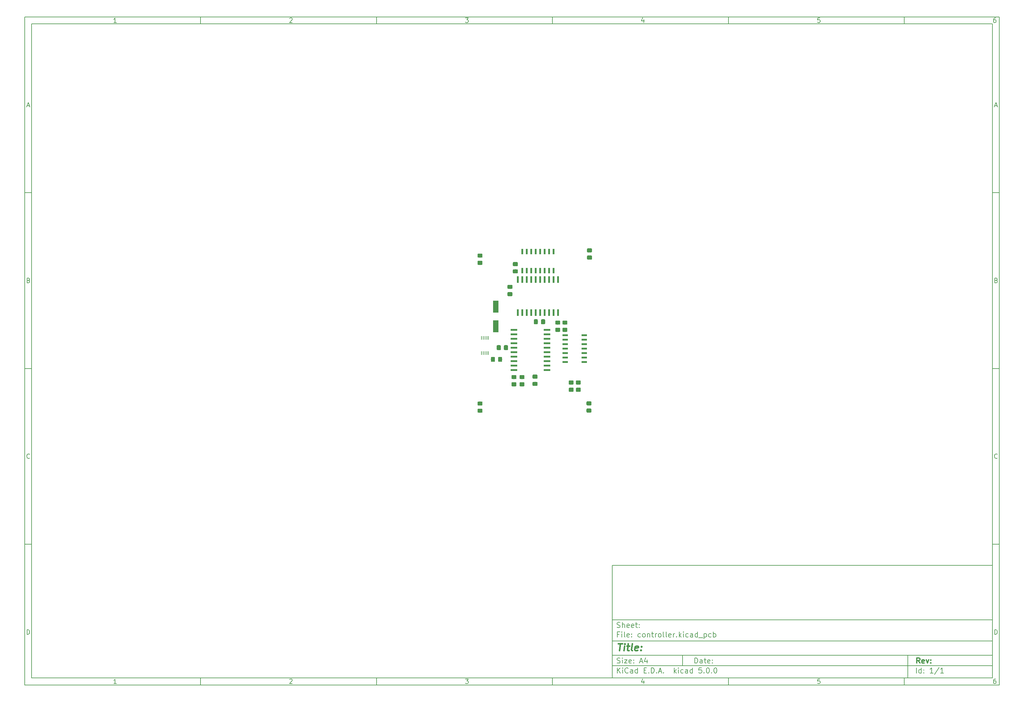
<source format=gtp>
G04 #@! TF.GenerationSoftware,KiCad,Pcbnew,5.0.0*
G04 #@! TF.CreationDate,2018-10-21T13:39:10+10:00*
G04 #@! TF.ProjectId,controller,636F6E74726F6C6C65722E6B69636164,rev?*
G04 #@! TF.SameCoordinates,Original*
G04 #@! TF.FileFunction,Paste,Top*
G04 #@! TF.FilePolarity,Positive*
%FSLAX46Y46*%
G04 Gerber Fmt 4.6, Leading zero omitted, Abs format (unit mm)*
G04 Created by KiCad (PCBNEW 5.0.0) date Sun Oct 21 13:39:10 2018*
%MOMM*%
%LPD*%
G01*
G04 APERTURE LIST*
%ADD10C,0.100000*%
%ADD11C,0.150000*%
%ADD12C,0.300000*%
%ADD13C,0.400000*%
%ADD14R,0.250000X1.100000*%
%ADD15R,0.600000X1.950000*%
%ADD16C,1.150000*%
%ADD17R,1.600000X3.500000*%
%ADD18R,1.950000X0.600000*%
%ADD19R,1.500000X0.600000*%
%ADD20R,0.600000X1.500000*%
G04 APERTURE END LIST*
D10*
D11*
X177002200Y-166007200D02*
X177002200Y-198007200D01*
X285002200Y-198007200D01*
X285002200Y-166007200D01*
X177002200Y-166007200D01*
D10*
D11*
X10000000Y-10000000D02*
X10000000Y-200007200D01*
X287002200Y-200007200D01*
X287002200Y-10000000D01*
X10000000Y-10000000D01*
D10*
D11*
X12000000Y-12000000D02*
X12000000Y-198007200D01*
X285002200Y-198007200D01*
X285002200Y-12000000D01*
X12000000Y-12000000D01*
D10*
D11*
X60000000Y-12000000D02*
X60000000Y-10000000D01*
D10*
D11*
X110000000Y-12000000D02*
X110000000Y-10000000D01*
D10*
D11*
X160000000Y-12000000D02*
X160000000Y-10000000D01*
D10*
D11*
X210000000Y-12000000D02*
X210000000Y-10000000D01*
D10*
D11*
X260000000Y-12000000D02*
X260000000Y-10000000D01*
D10*
D11*
X36065476Y-11588095D02*
X35322619Y-11588095D01*
X35694047Y-11588095D02*
X35694047Y-10288095D01*
X35570238Y-10473809D01*
X35446428Y-10597619D01*
X35322619Y-10659523D01*
D10*
D11*
X85322619Y-10411904D02*
X85384523Y-10350000D01*
X85508333Y-10288095D01*
X85817857Y-10288095D01*
X85941666Y-10350000D01*
X86003571Y-10411904D01*
X86065476Y-10535714D01*
X86065476Y-10659523D01*
X86003571Y-10845238D01*
X85260714Y-11588095D01*
X86065476Y-11588095D01*
D10*
D11*
X135260714Y-10288095D02*
X136065476Y-10288095D01*
X135632142Y-10783333D01*
X135817857Y-10783333D01*
X135941666Y-10845238D01*
X136003571Y-10907142D01*
X136065476Y-11030952D01*
X136065476Y-11340476D01*
X136003571Y-11464285D01*
X135941666Y-11526190D01*
X135817857Y-11588095D01*
X135446428Y-11588095D01*
X135322619Y-11526190D01*
X135260714Y-11464285D01*
D10*
D11*
X185941666Y-10721428D02*
X185941666Y-11588095D01*
X185632142Y-10226190D02*
X185322619Y-11154761D01*
X186127380Y-11154761D01*
D10*
D11*
X236003571Y-10288095D02*
X235384523Y-10288095D01*
X235322619Y-10907142D01*
X235384523Y-10845238D01*
X235508333Y-10783333D01*
X235817857Y-10783333D01*
X235941666Y-10845238D01*
X236003571Y-10907142D01*
X236065476Y-11030952D01*
X236065476Y-11340476D01*
X236003571Y-11464285D01*
X235941666Y-11526190D01*
X235817857Y-11588095D01*
X235508333Y-11588095D01*
X235384523Y-11526190D01*
X235322619Y-11464285D01*
D10*
D11*
X285941666Y-10288095D02*
X285694047Y-10288095D01*
X285570238Y-10350000D01*
X285508333Y-10411904D01*
X285384523Y-10597619D01*
X285322619Y-10845238D01*
X285322619Y-11340476D01*
X285384523Y-11464285D01*
X285446428Y-11526190D01*
X285570238Y-11588095D01*
X285817857Y-11588095D01*
X285941666Y-11526190D01*
X286003571Y-11464285D01*
X286065476Y-11340476D01*
X286065476Y-11030952D01*
X286003571Y-10907142D01*
X285941666Y-10845238D01*
X285817857Y-10783333D01*
X285570238Y-10783333D01*
X285446428Y-10845238D01*
X285384523Y-10907142D01*
X285322619Y-11030952D01*
D10*
D11*
X60000000Y-198007200D02*
X60000000Y-200007200D01*
D10*
D11*
X110000000Y-198007200D02*
X110000000Y-200007200D01*
D10*
D11*
X160000000Y-198007200D02*
X160000000Y-200007200D01*
D10*
D11*
X210000000Y-198007200D02*
X210000000Y-200007200D01*
D10*
D11*
X260000000Y-198007200D02*
X260000000Y-200007200D01*
D10*
D11*
X36065476Y-199595295D02*
X35322619Y-199595295D01*
X35694047Y-199595295D02*
X35694047Y-198295295D01*
X35570238Y-198481009D01*
X35446428Y-198604819D01*
X35322619Y-198666723D01*
D10*
D11*
X85322619Y-198419104D02*
X85384523Y-198357200D01*
X85508333Y-198295295D01*
X85817857Y-198295295D01*
X85941666Y-198357200D01*
X86003571Y-198419104D01*
X86065476Y-198542914D01*
X86065476Y-198666723D01*
X86003571Y-198852438D01*
X85260714Y-199595295D01*
X86065476Y-199595295D01*
D10*
D11*
X135260714Y-198295295D02*
X136065476Y-198295295D01*
X135632142Y-198790533D01*
X135817857Y-198790533D01*
X135941666Y-198852438D01*
X136003571Y-198914342D01*
X136065476Y-199038152D01*
X136065476Y-199347676D01*
X136003571Y-199471485D01*
X135941666Y-199533390D01*
X135817857Y-199595295D01*
X135446428Y-199595295D01*
X135322619Y-199533390D01*
X135260714Y-199471485D01*
D10*
D11*
X185941666Y-198728628D02*
X185941666Y-199595295D01*
X185632142Y-198233390D02*
X185322619Y-199161961D01*
X186127380Y-199161961D01*
D10*
D11*
X236003571Y-198295295D02*
X235384523Y-198295295D01*
X235322619Y-198914342D01*
X235384523Y-198852438D01*
X235508333Y-198790533D01*
X235817857Y-198790533D01*
X235941666Y-198852438D01*
X236003571Y-198914342D01*
X236065476Y-199038152D01*
X236065476Y-199347676D01*
X236003571Y-199471485D01*
X235941666Y-199533390D01*
X235817857Y-199595295D01*
X235508333Y-199595295D01*
X235384523Y-199533390D01*
X235322619Y-199471485D01*
D10*
D11*
X285941666Y-198295295D02*
X285694047Y-198295295D01*
X285570238Y-198357200D01*
X285508333Y-198419104D01*
X285384523Y-198604819D01*
X285322619Y-198852438D01*
X285322619Y-199347676D01*
X285384523Y-199471485D01*
X285446428Y-199533390D01*
X285570238Y-199595295D01*
X285817857Y-199595295D01*
X285941666Y-199533390D01*
X286003571Y-199471485D01*
X286065476Y-199347676D01*
X286065476Y-199038152D01*
X286003571Y-198914342D01*
X285941666Y-198852438D01*
X285817857Y-198790533D01*
X285570238Y-198790533D01*
X285446428Y-198852438D01*
X285384523Y-198914342D01*
X285322619Y-199038152D01*
D10*
D11*
X10000000Y-60000000D02*
X12000000Y-60000000D01*
D10*
D11*
X10000000Y-110000000D02*
X12000000Y-110000000D01*
D10*
D11*
X10000000Y-160000000D02*
X12000000Y-160000000D01*
D10*
D11*
X10690476Y-35216666D02*
X11309523Y-35216666D01*
X10566666Y-35588095D02*
X11000000Y-34288095D01*
X11433333Y-35588095D01*
D10*
D11*
X11092857Y-84907142D02*
X11278571Y-84969047D01*
X11340476Y-85030952D01*
X11402380Y-85154761D01*
X11402380Y-85340476D01*
X11340476Y-85464285D01*
X11278571Y-85526190D01*
X11154761Y-85588095D01*
X10659523Y-85588095D01*
X10659523Y-84288095D01*
X11092857Y-84288095D01*
X11216666Y-84350000D01*
X11278571Y-84411904D01*
X11340476Y-84535714D01*
X11340476Y-84659523D01*
X11278571Y-84783333D01*
X11216666Y-84845238D01*
X11092857Y-84907142D01*
X10659523Y-84907142D01*
D10*
D11*
X11402380Y-135464285D02*
X11340476Y-135526190D01*
X11154761Y-135588095D01*
X11030952Y-135588095D01*
X10845238Y-135526190D01*
X10721428Y-135402380D01*
X10659523Y-135278571D01*
X10597619Y-135030952D01*
X10597619Y-134845238D01*
X10659523Y-134597619D01*
X10721428Y-134473809D01*
X10845238Y-134350000D01*
X11030952Y-134288095D01*
X11154761Y-134288095D01*
X11340476Y-134350000D01*
X11402380Y-134411904D01*
D10*
D11*
X10659523Y-185588095D02*
X10659523Y-184288095D01*
X10969047Y-184288095D01*
X11154761Y-184350000D01*
X11278571Y-184473809D01*
X11340476Y-184597619D01*
X11402380Y-184845238D01*
X11402380Y-185030952D01*
X11340476Y-185278571D01*
X11278571Y-185402380D01*
X11154761Y-185526190D01*
X10969047Y-185588095D01*
X10659523Y-185588095D01*
D10*
D11*
X287002200Y-60000000D02*
X285002200Y-60000000D01*
D10*
D11*
X287002200Y-110000000D02*
X285002200Y-110000000D01*
D10*
D11*
X287002200Y-160000000D02*
X285002200Y-160000000D01*
D10*
D11*
X285692676Y-35216666D02*
X286311723Y-35216666D01*
X285568866Y-35588095D02*
X286002200Y-34288095D01*
X286435533Y-35588095D01*
D10*
D11*
X286095057Y-84907142D02*
X286280771Y-84969047D01*
X286342676Y-85030952D01*
X286404580Y-85154761D01*
X286404580Y-85340476D01*
X286342676Y-85464285D01*
X286280771Y-85526190D01*
X286156961Y-85588095D01*
X285661723Y-85588095D01*
X285661723Y-84288095D01*
X286095057Y-84288095D01*
X286218866Y-84350000D01*
X286280771Y-84411904D01*
X286342676Y-84535714D01*
X286342676Y-84659523D01*
X286280771Y-84783333D01*
X286218866Y-84845238D01*
X286095057Y-84907142D01*
X285661723Y-84907142D01*
D10*
D11*
X286404580Y-135464285D02*
X286342676Y-135526190D01*
X286156961Y-135588095D01*
X286033152Y-135588095D01*
X285847438Y-135526190D01*
X285723628Y-135402380D01*
X285661723Y-135278571D01*
X285599819Y-135030952D01*
X285599819Y-134845238D01*
X285661723Y-134597619D01*
X285723628Y-134473809D01*
X285847438Y-134350000D01*
X286033152Y-134288095D01*
X286156961Y-134288095D01*
X286342676Y-134350000D01*
X286404580Y-134411904D01*
D10*
D11*
X285661723Y-185588095D02*
X285661723Y-184288095D01*
X285971247Y-184288095D01*
X286156961Y-184350000D01*
X286280771Y-184473809D01*
X286342676Y-184597619D01*
X286404580Y-184845238D01*
X286404580Y-185030952D01*
X286342676Y-185278571D01*
X286280771Y-185402380D01*
X286156961Y-185526190D01*
X285971247Y-185588095D01*
X285661723Y-185588095D01*
D10*
D11*
X200434342Y-193785771D02*
X200434342Y-192285771D01*
X200791485Y-192285771D01*
X201005771Y-192357200D01*
X201148628Y-192500057D01*
X201220057Y-192642914D01*
X201291485Y-192928628D01*
X201291485Y-193142914D01*
X201220057Y-193428628D01*
X201148628Y-193571485D01*
X201005771Y-193714342D01*
X200791485Y-193785771D01*
X200434342Y-193785771D01*
X202577200Y-193785771D02*
X202577200Y-193000057D01*
X202505771Y-192857200D01*
X202362914Y-192785771D01*
X202077200Y-192785771D01*
X201934342Y-192857200D01*
X202577200Y-193714342D02*
X202434342Y-193785771D01*
X202077200Y-193785771D01*
X201934342Y-193714342D01*
X201862914Y-193571485D01*
X201862914Y-193428628D01*
X201934342Y-193285771D01*
X202077200Y-193214342D01*
X202434342Y-193214342D01*
X202577200Y-193142914D01*
X203077200Y-192785771D02*
X203648628Y-192785771D01*
X203291485Y-192285771D02*
X203291485Y-193571485D01*
X203362914Y-193714342D01*
X203505771Y-193785771D01*
X203648628Y-193785771D01*
X204720057Y-193714342D02*
X204577200Y-193785771D01*
X204291485Y-193785771D01*
X204148628Y-193714342D01*
X204077200Y-193571485D01*
X204077200Y-193000057D01*
X204148628Y-192857200D01*
X204291485Y-192785771D01*
X204577200Y-192785771D01*
X204720057Y-192857200D01*
X204791485Y-193000057D01*
X204791485Y-193142914D01*
X204077200Y-193285771D01*
X205434342Y-193642914D02*
X205505771Y-193714342D01*
X205434342Y-193785771D01*
X205362914Y-193714342D01*
X205434342Y-193642914D01*
X205434342Y-193785771D01*
X205434342Y-192857200D02*
X205505771Y-192928628D01*
X205434342Y-193000057D01*
X205362914Y-192928628D01*
X205434342Y-192857200D01*
X205434342Y-193000057D01*
D10*
D11*
X177002200Y-194507200D02*
X285002200Y-194507200D01*
D10*
D11*
X178434342Y-196585771D02*
X178434342Y-195085771D01*
X179291485Y-196585771D02*
X178648628Y-195728628D01*
X179291485Y-195085771D02*
X178434342Y-195942914D01*
X179934342Y-196585771D02*
X179934342Y-195585771D01*
X179934342Y-195085771D02*
X179862914Y-195157200D01*
X179934342Y-195228628D01*
X180005771Y-195157200D01*
X179934342Y-195085771D01*
X179934342Y-195228628D01*
X181505771Y-196442914D02*
X181434342Y-196514342D01*
X181220057Y-196585771D01*
X181077200Y-196585771D01*
X180862914Y-196514342D01*
X180720057Y-196371485D01*
X180648628Y-196228628D01*
X180577200Y-195942914D01*
X180577200Y-195728628D01*
X180648628Y-195442914D01*
X180720057Y-195300057D01*
X180862914Y-195157200D01*
X181077200Y-195085771D01*
X181220057Y-195085771D01*
X181434342Y-195157200D01*
X181505771Y-195228628D01*
X182791485Y-196585771D02*
X182791485Y-195800057D01*
X182720057Y-195657200D01*
X182577200Y-195585771D01*
X182291485Y-195585771D01*
X182148628Y-195657200D01*
X182791485Y-196514342D02*
X182648628Y-196585771D01*
X182291485Y-196585771D01*
X182148628Y-196514342D01*
X182077200Y-196371485D01*
X182077200Y-196228628D01*
X182148628Y-196085771D01*
X182291485Y-196014342D01*
X182648628Y-196014342D01*
X182791485Y-195942914D01*
X184148628Y-196585771D02*
X184148628Y-195085771D01*
X184148628Y-196514342D02*
X184005771Y-196585771D01*
X183720057Y-196585771D01*
X183577200Y-196514342D01*
X183505771Y-196442914D01*
X183434342Y-196300057D01*
X183434342Y-195871485D01*
X183505771Y-195728628D01*
X183577200Y-195657200D01*
X183720057Y-195585771D01*
X184005771Y-195585771D01*
X184148628Y-195657200D01*
X186005771Y-195800057D02*
X186505771Y-195800057D01*
X186720057Y-196585771D02*
X186005771Y-196585771D01*
X186005771Y-195085771D01*
X186720057Y-195085771D01*
X187362914Y-196442914D02*
X187434342Y-196514342D01*
X187362914Y-196585771D01*
X187291485Y-196514342D01*
X187362914Y-196442914D01*
X187362914Y-196585771D01*
X188077200Y-196585771D02*
X188077200Y-195085771D01*
X188434342Y-195085771D01*
X188648628Y-195157200D01*
X188791485Y-195300057D01*
X188862914Y-195442914D01*
X188934342Y-195728628D01*
X188934342Y-195942914D01*
X188862914Y-196228628D01*
X188791485Y-196371485D01*
X188648628Y-196514342D01*
X188434342Y-196585771D01*
X188077200Y-196585771D01*
X189577200Y-196442914D02*
X189648628Y-196514342D01*
X189577200Y-196585771D01*
X189505771Y-196514342D01*
X189577200Y-196442914D01*
X189577200Y-196585771D01*
X190220057Y-196157200D02*
X190934342Y-196157200D01*
X190077200Y-196585771D02*
X190577200Y-195085771D01*
X191077200Y-196585771D01*
X191577200Y-196442914D02*
X191648628Y-196514342D01*
X191577200Y-196585771D01*
X191505771Y-196514342D01*
X191577200Y-196442914D01*
X191577200Y-196585771D01*
X194577200Y-196585771D02*
X194577200Y-195085771D01*
X194720057Y-196014342D02*
X195148628Y-196585771D01*
X195148628Y-195585771D02*
X194577200Y-196157200D01*
X195791485Y-196585771D02*
X195791485Y-195585771D01*
X195791485Y-195085771D02*
X195720057Y-195157200D01*
X195791485Y-195228628D01*
X195862914Y-195157200D01*
X195791485Y-195085771D01*
X195791485Y-195228628D01*
X197148628Y-196514342D02*
X197005771Y-196585771D01*
X196720057Y-196585771D01*
X196577200Y-196514342D01*
X196505771Y-196442914D01*
X196434342Y-196300057D01*
X196434342Y-195871485D01*
X196505771Y-195728628D01*
X196577200Y-195657200D01*
X196720057Y-195585771D01*
X197005771Y-195585771D01*
X197148628Y-195657200D01*
X198434342Y-196585771D02*
X198434342Y-195800057D01*
X198362914Y-195657200D01*
X198220057Y-195585771D01*
X197934342Y-195585771D01*
X197791485Y-195657200D01*
X198434342Y-196514342D02*
X198291485Y-196585771D01*
X197934342Y-196585771D01*
X197791485Y-196514342D01*
X197720057Y-196371485D01*
X197720057Y-196228628D01*
X197791485Y-196085771D01*
X197934342Y-196014342D01*
X198291485Y-196014342D01*
X198434342Y-195942914D01*
X199791485Y-196585771D02*
X199791485Y-195085771D01*
X199791485Y-196514342D02*
X199648628Y-196585771D01*
X199362914Y-196585771D01*
X199220057Y-196514342D01*
X199148628Y-196442914D01*
X199077200Y-196300057D01*
X199077200Y-195871485D01*
X199148628Y-195728628D01*
X199220057Y-195657200D01*
X199362914Y-195585771D01*
X199648628Y-195585771D01*
X199791485Y-195657200D01*
X202362914Y-195085771D02*
X201648628Y-195085771D01*
X201577200Y-195800057D01*
X201648628Y-195728628D01*
X201791485Y-195657200D01*
X202148628Y-195657200D01*
X202291485Y-195728628D01*
X202362914Y-195800057D01*
X202434342Y-195942914D01*
X202434342Y-196300057D01*
X202362914Y-196442914D01*
X202291485Y-196514342D01*
X202148628Y-196585771D01*
X201791485Y-196585771D01*
X201648628Y-196514342D01*
X201577200Y-196442914D01*
X203077200Y-196442914D02*
X203148628Y-196514342D01*
X203077200Y-196585771D01*
X203005771Y-196514342D01*
X203077200Y-196442914D01*
X203077200Y-196585771D01*
X204077200Y-195085771D02*
X204220057Y-195085771D01*
X204362914Y-195157200D01*
X204434342Y-195228628D01*
X204505771Y-195371485D01*
X204577200Y-195657200D01*
X204577200Y-196014342D01*
X204505771Y-196300057D01*
X204434342Y-196442914D01*
X204362914Y-196514342D01*
X204220057Y-196585771D01*
X204077200Y-196585771D01*
X203934342Y-196514342D01*
X203862914Y-196442914D01*
X203791485Y-196300057D01*
X203720057Y-196014342D01*
X203720057Y-195657200D01*
X203791485Y-195371485D01*
X203862914Y-195228628D01*
X203934342Y-195157200D01*
X204077200Y-195085771D01*
X205220057Y-196442914D02*
X205291485Y-196514342D01*
X205220057Y-196585771D01*
X205148628Y-196514342D01*
X205220057Y-196442914D01*
X205220057Y-196585771D01*
X206220057Y-195085771D02*
X206362914Y-195085771D01*
X206505771Y-195157200D01*
X206577200Y-195228628D01*
X206648628Y-195371485D01*
X206720057Y-195657200D01*
X206720057Y-196014342D01*
X206648628Y-196300057D01*
X206577200Y-196442914D01*
X206505771Y-196514342D01*
X206362914Y-196585771D01*
X206220057Y-196585771D01*
X206077200Y-196514342D01*
X206005771Y-196442914D01*
X205934342Y-196300057D01*
X205862914Y-196014342D01*
X205862914Y-195657200D01*
X205934342Y-195371485D01*
X206005771Y-195228628D01*
X206077200Y-195157200D01*
X206220057Y-195085771D01*
D10*
D11*
X177002200Y-191507200D02*
X285002200Y-191507200D01*
D10*
D12*
X264411485Y-193785771D02*
X263911485Y-193071485D01*
X263554342Y-193785771D02*
X263554342Y-192285771D01*
X264125771Y-192285771D01*
X264268628Y-192357200D01*
X264340057Y-192428628D01*
X264411485Y-192571485D01*
X264411485Y-192785771D01*
X264340057Y-192928628D01*
X264268628Y-193000057D01*
X264125771Y-193071485D01*
X263554342Y-193071485D01*
X265625771Y-193714342D02*
X265482914Y-193785771D01*
X265197200Y-193785771D01*
X265054342Y-193714342D01*
X264982914Y-193571485D01*
X264982914Y-193000057D01*
X265054342Y-192857200D01*
X265197200Y-192785771D01*
X265482914Y-192785771D01*
X265625771Y-192857200D01*
X265697200Y-193000057D01*
X265697200Y-193142914D01*
X264982914Y-193285771D01*
X266197200Y-192785771D02*
X266554342Y-193785771D01*
X266911485Y-192785771D01*
X267482914Y-193642914D02*
X267554342Y-193714342D01*
X267482914Y-193785771D01*
X267411485Y-193714342D01*
X267482914Y-193642914D01*
X267482914Y-193785771D01*
X267482914Y-192857200D02*
X267554342Y-192928628D01*
X267482914Y-193000057D01*
X267411485Y-192928628D01*
X267482914Y-192857200D01*
X267482914Y-193000057D01*
D10*
D11*
X178362914Y-193714342D02*
X178577200Y-193785771D01*
X178934342Y-193785771D01*
X179077200Y-193714342D01*
X179148628Y-193642914D01*
X179220057Y-193500057D01*
X179220057Y-193357200D01*
X179148628Y-193214342D01*
X179077200Y-193142914D01*
X178934342Y-193071485D01*
X178648628Y-193000057D01*
X178505771Y-192928628D01*
X178434342Y-192857200D01*
X178362914Y-192714342D01*
X178362914Y-192571485D01*
X178434342Y-192428628D01*
X178505771Y-192357200D01*
X178648628Y-192285771D01*
X179005771Y-192285771D01*
X179220057Y-192357200D01*
X179862914Y-193785771D02*
X179862914Y-192785771D01*
X179862914Y-192285771D02*
X179791485Y-192357200D01*
X179862914Y-192428628D01*
X179934342Y-192357200D01*
X179862914Y-192285771D01*
X179862914Y-192428628D01*
X180434342Y-192785771D02*
X181220057Y-192785771D01*
X180434342Y-193785771D01*
X181220057Y-193785771D01*
X182362914Y-193714342D02*
X182220057Y-193785771D01*
X181934342Y-193785771D01*
X181791485Y-193714342D01*
X181720057Y-193571485D01*
X181720057Y-193000057D01*
X181791485Y-192857200D01*
X181934342Y-192785771D01*
X182220057Y-192785771D01*
X182362914Y-192857200D01*
X182434342Y-193000057D01*
X182434342Y-193142914D01*
X181720057Y-193285771D01*
X183077200Y-193642914D02*
X183148628Y-193714342D01*
X183077200Y-193785771D01*
X183005771Y-193714342D01*
X183077200Y-193642914D01*
X183077200Y-193785771D01*
X183077200Y-192857200D02*
X183148628Y-192928628D01*
X183077200Y-193000057D01*
X183005771Y-192928628D01*
X183077200Y-192857200D01*
X183077200Y-193000057D01*
X184862914Y-193357200D02*
X185577200Y-193357200D01*
X184720057Y-193785771D02*
X185220057Y-192285771D01*
X185720057Y-193785771D01*
X186862914Y-192785771D02*
X186862914Y-193785771D01*
X186505771Y-192214342D02*
X186148628Y-193285771D01*
X187077200Y-193285771D01*
D10*
D11*
X263434342Y-196585771D02*
X263434342Y-195085771D01*
X264791485Y-196585771D02*
X264791485Y-195085771D01*
X264791485Y-196514342D02*
X264648628Y-196585771D01*
X264362914Y-196585771D01*
X264220057Y-196514342D01*
X264148628Y-196442914D01*
X264077200Y-196300057D01*
X264077200Y-195871485D01*
X264148628Y-195728628D01*
X264220057Y-195657200D01*
X264362914Y-195585771D01*
X264648628Y-195585771D01*
X264791485Y-195657200D01*
X265505771Y-196442914D02*
X265577200Y-196514342D01*
X265505771Y-196585771D01*
X265434342Y-196514342D01*
X265505771Y-196442914D01*
X265505771Y-196585771D01*
X265505771Y-195657200D02*
X265577200Y-195728628D01*
X265505771Y-195800057D01*
X265434342Y-195728628D01*
X265505771Y-195657200D01*
X265505771Y-195800057D01*
X268148628Y-196585771D02*
X267291485Y-196585771D01*
X267720057Y-196585771D02*
X267720057Y-195085771D01*
X267577200Y-195300057D01*
X267434342Y-195442914D01*
X267291485Y-195514342D01*
X269862914Y-195014342D02*
X268577200Y-196942914D01*
X271148628Y-196585771D02*
X270291485Y-196585771D01*
X270720057Y-196585771D02*
X270720057Y-195085771D01*
X270577200Y-195300057D01*
X270434342Y-195442914D01*
X270291485Y-195514342D01*
D10*
D11*
X177002200Y-187507200D02*
X285002200Y-187507200D01*
D10*
D13*
X178714580Y-188211961D02*
X179857438Y-188211961D01*
X179036009Y-190211961D02*
X179286009Y-188211961D01*
X180274104Y-190211961D02*
X180440771Y-188878628D01*
X180524104Y-188211961D02*
X180416961Y-188307200D01*
X180500295Y-188402438D01*
X180607438Y-188307200D01*
X180524104Y-188211961D01*
X180500295Y-188402438D01*
X181107438Y-188878628D02*
X181869342Y-188878628D01*
X181476485Y-188211961D02*
X181262200Y-189926247D01*
X181333628Y-190116723D01*
X181512200Y-190211961D01*
X181702676Y-190211961D01*
X182655057Y-190211961D02*
X182476485Y-190116723D01*
X182405057Y-189926247D01*
X182619342Y-188211961D01*
X184190771Y-190116723D02*
X183988390Y-190211961D01*
X183607438Y-190211961D01*
X183428866Y-190116723D01*
X183357438Y-189926247D01*
X183452676Y-189164342D01*
X183571723Y-188973866D01*
X183774104Y-188878628D01*
X184155057Y-188878628D01*
X184333628Y-188973866D01*
X184405057Y-189164342D01*
X184381247Y-189354819D01*
X183405057Y-189545295D01*
X185155057Y-190021485D02*
X185238390Y-190116723D01*
X185131247Y-190211961D01*
X185047914Y-190116723D01*
X185155057Y-190021485D01*
X185131247Y-190211961D01*
X185286009Y-188973866D02*
X185369342Y-189069104D01*
X185262200Y-189164342D01*
X185178866Y-189069104D01*
X185286009Y-188973866D01*
X185262200Y-189164342D01*
D10*
D11*
X178934342Y-185600057D02*
X178434342Y-185600057D01*
X178434342Y-186385771D02*
X178434342Y-184885771D01*
X179148628Y-184885771D01*
X179720057Y-186385771D02*
X179720057Y-185385771D01*
X179720057Y-184885771D02*
X179648628Y-184957200D01*
X179720057Y-185028628D01*
X179791485Y-184957200D01*
X179720057Y-184885771D01*
X179720057Y-185028628D01*
X180648628Y-186385771D02*
X180505771Y-186314342D01*
X180434342Y-186171485D01*
X180434342Y-184885771D01*
X181791485Y-186314342D02*
X181648628Y-186385771D01*
X181362914Y-186385771D01*
X181220057Y-186314342D01*
X181148628Y-186171485D01*
X181148628Y-185600057D01*
X181220057Y-185457200D01*
X181362914Y-185385771D01*
X181648628Y-185385771D01*
X181791485Y-185457200D01*
X181862914Y-185600057D01*
X181862914Y-185742914D01*
X181148628Y-185885771D01*
X182505771Y-186242914D02*
X182577200Y-186314342D01*
X182505771Y-186385771D01*
X182434342Y-186314342D01*
X182505771Y-186242914D01*
X182505771Y-186385771D01*
X182505771Y-185457200D02*
X182577200Y-185528628D01*
X182505771Y-185600057D01*
X182434342Y-185528628D01*
X182505771Y-185457200D01*
X182505771Y-185600057D01*
X185005771Y-186314342D02*
X184862914Y-186385771D01*
X184577200Y-186385771D01*
X184434342Y-186314342D01*
X184362914Y-186242914D01*
X184291485Y-186100057D01*
X184291485Y-185671485D01*
X184362914Y-185528628D01*
X184434342Y-185457200D01*
X184577200Y-185385771D01*
X184862914Y-185385771D01*
X185005771Y-185457200D01*
X185862914Y-186385771D02*
X185720057Y-186314342D01*
X185648628Y-186242914D01*
X185577200Y-186100057D01*
X185577200Y-185671485D01*
X185648628Y-185528628D01*
X185720057Y-185457200D01*
X185862914Y-185385771D01*
X186077200Y-185385771D01*
X186220057Y-185457200D01*
X186291485Y-185528628D01*
X186362914Y-185671485D01*
X186362914Y-186100057D01*
X186291485Y-186242914D01*
X186220057Y-186314342D01*
X186077200Y-186385771D01*
X185862914Y-186385771D01*
X187005771Y-185385771D02*
X187005771Y-186385771D01*
X187005771Y-185528628D02*
X187077200Y-185457200D01*
X187220057Y-185385771D01*
X187434342Y-185385771D01*
X187577200Y-185457200D01*
X187648628Y-185600057D01*
X187648628Y-186385771D01*
X188148628Y-185385771D02*
X188720057Y-185385771D01*
X188362914Y-184885771D02*
X188362914Y-186171485D01*
X188434342Y-186314342D01*
X188577200Y-186385771D01*
X188720057Y-186385771D01*
X189220057Y-186385771D02*
X189220057Y-185385771D01*
X189220057Y-185671485D02*
X189291485Y-185528628D01*
X189362914Y-185457200D01*
X189505771Y-185385771D01*
X189648628Y-185385771D01*
X190362914Y-186385771D02*
X190220057Y-186314342D01*
X190148628Y-186242914D01*
X190077200Y-186100057D01*
X190077200Y-185671485D01*
X190148628Y-185528628D01*
X190220057Y-185457200D01*
X190362914Y-185385771D01*
X190577200Y-185385771D01*
X190720057Y-185457200D01*
X190791485Y-185528628D01*
X190862914Y-185671485D01*
X190862914Y-186100057D01*
X190791485Y-186242914D01*
X190720057Y-186314342D01*
X190577200Y-186385771D01*
X190362914Y-186385771D01*
X191720057Y-186385771D02*
X191577200Y-186314342D01*
X191505771Y-186171485D01*
X191505771Y-184885771D01*
X192505771Y-186385771D02*
X192362914Y-186314342D01*
X192291485Y-186171485D01*
X192291485Y-184885771D01*
X193648628Y-186314342D02*
X193505771Y-186385771D01*
X193220057Y-186385771D01*
X193077200Y-186314342D01*
X193005771Y-186171485D01*
X193005771Y-185600057D01*
X193077200Y-185457200D01*
X193220057Y-185385771D01*
X193505771Y-185385771D01*
X193648628Y-185457200D01*
X193720057Y-185600057D01*
X193720057Y-185742914D01*
X193005771Y-185885771D01*
X194362914Y-186385771D02*
X194362914Y-185385771D01*
X194362914Y-185671485D02*
X194434342Y-185528628D01*
X194505771Y-185457200D01*
X194648628Y-185385771D01*
X194791485Y-185385771D01*
X195291485Y-186242914D02*
X195362914Y-186314342D01*
X195291485Y-186385771D01*
X195220057Y-186314342D01*
X195291485Y-186242914D01*
X195291485Y-186385771D01*
X196005771Y-186385771D02*
X196005771Y-184885771D01*
X196148628Y-185814342D02*
X196577200Y-186385771D01*
X196577200Y-185385771D02*
X196005771Y-185957200D01*
X197220057Y-186385771D02*
X197220057Y-185385771D01*
X197220057Y-184885771D02*
X197148628Y-184957200D01*
X197220057Y-185028628D01*
X197291485Y-184957200D01*
X197220057Y-184885771D01*
X197220057Y-185028628D01*
X198577200Y-186314342D02*
X198434342Y-186385771D01*
X198148628Y-186385771D01*
X198005771Y-186314342D01*
X197934342Y-186242914D01*
X197862914Y-186100057D01*
X197862914Y-185671485D01*
X197934342Y-185528628D01*
X198005771Y-185457200D01*
X198148628Y-185385771D01*
X198434342Y-185385771D01*
X198577200Y-185457200D01*
X199862914Y-186385771D02*
X199862914Y-185600057D01*
X199791485Y-185457200D01*
X199648628Y-185385771D01*
X199362914Y-185385771D01*
X199220057Y-185457200D01*
X199862914Y-186314342D02*
X199720057Y-186385771D01*
X199362914Y-186385771D01*
X199220057Y-186314342D01*
X199148628Y-186171485D01*
X199148628Y-186028628D01*
X199220057Y-185885771D01*
X199362914Y-185814342D01*
X199720057Y-185814342D01*
X199862914Y-185742914D01*
X201220057Y-186385771D02*
X201220057Y-184885771D01*
X201220057Y-186314342D02*
X201077200Y-186385771D01*
X200791485Y-186385771D01*
X200648628Y-186314342D01*
X200577200Y-186242914D01*
X200505771Y-186100057D01*
X200505771Y-185671485D01*
X200577200Y-185528628D01*
X200648628Y-185457200D01*
X200791485Y-185385771D01*
X201077200Y-185385771D01*
X201220057Y-185457200D01*
X201577200Y-186528628D02*
X202720057Y-186528628D01*
X203077200Y-185385771D02*
X203077200Y-186885771D01*
X203077200Y-185457200D02*
X203220057Y-185385771D01*
X203505771Y-185385771D01*
X203648628Y-185457200D01*
X203720057Y-185528628D01*
X203791485Y-185671485D01*
X203791485Y-186100057D01*
X203720057Y-186242914D01*
X203648628Y-186314342D01*
X203505771Y-186385771D01*
X203220057Y-186385771D01*
X203077200Y-186314342D01*
X205077200Y-186314342D02*
X204934342Y-186385771D01*
X204648628Y-186385771D01*
X204505771Y-186314342D01*
X204434342Y-186242914D01*
X204362914Y-186100057D01*
X204362914Y-185671485D01*
X204434342Y-185528628D01*
X204505771Y-185457200D01*
X204648628Y-185385771D01*
X204934342Y-185385771D01*
X205077200Y-185457200D01*
X205720057Y-186385771D02*
X205720057Y-184885771D01*
X205720057Y-185457200D02*
X205862914Y-185385771D01*
X206148628Y-185385771D01*
X206291485Y-185457200D01*
X206362914Y-185528628D01*
X206434342Y-185671485D01*
X206434342Y-186100057D01*
X206362914Y-186242914D01*
X206291485Y-186314342D01*
X206148628Y-186385771D01*
X205862914Y-186385771D01*
X205720057Y-186314342D01*
D10*
D11*
X177002200Y-181507200D02*
X285002200Y-181507200D01*
D10*
D11*
X178362914Y-183614342D02*
X178577200Y-183685771D01*
X178934342Y-183685771D01*
X179077200Y-183614342D01*
X179148628Y-183542914D01*
X179220057Y-183400057D01*
X179220057Y-183257200D01*
X179148628Y-183114342D01*
X179077200Y-183042914D01*
X178934342Y-182971485D01*
X178648628Y-182900057D01*
X178505771Y-182828628D01*
X178434342Y-182757200D01*
X178362914Y-182614342D01*
X178362914Y-182471485D01*
X178434342Y-182328628D01*
X178505771Y-182257200D01*
X178648628Y-182185771D01*
X179005771Y-182185771D01*
X179220057Y-182257200D01*
X179862914Y-183685771D02*
X179862914Y-182185771D01*
X180505771Y-183685771D02*
X180505771Y-182900057D01*
X180434342Y-182757200D01*
X180291485Y-182685771D01*
X180077200Y-182685771D01*
X179934342Y-182757200D01*
X179862914Y-182828628D01*
X181791485Y-183614342D02*
X181648628Y-183685771D01*
X181362914Y-183685771D01*
X181220057Y-183614342D01*
X181148628Y-183471485D01*
X181148628Y-182900057D01*
X181220057Y-182757200D01*
X181362914Y-182685771D01*
X181648628Y-182685771D01*
X181791485Y-182757200D01*
X181862914Y-182900057D01*
X181862914Y-183042914D01*
X181148628Y-183185771D01*
X183077200Y-183614342D02*
X182934342Y-183685771D01*
X182648628Y-183685771D01*
X182505771Y-183614342D01*
X182434342Y-183471485D01*
X182434342Y-182900057D01*
X182505771Y-182757200D01*
X182648628Y-182685771D01*
X182934342Y-182685771D01*
X183077200Y-182757200D01*
X183148628Y-182900057D01*
X183148628Y-183042914D01*
X182434342Y-183185771D01*
X183577200Y-182685771D02*
X184148628Y-182685771D01*
X183791485Y-182185771D02*
X183791485Y-183471485D01*
X183862914Y-183614342D01*
X184005771Y-183685771D01*
X184148628Y-183685771D01*
X184648628Y-183542914D02*
X184720057Y-183614342D01*
X184648628Y-183685771D01*
X184577200Y-183614342D01*
X184648628Y-183542914D01*
X184648628Y-183685771D01*
X184648628Y-182757200D02*
X184720057Y-182828628D01*
X184648628Y-182900057D01*
X184577200Y-182828628D01*
X184648628Y-182757200D01*
X184648628Y-182900057D01*
D10*
D11*
X197002200Y-191507200D02*
X197002200Y-194507200D01*
D10*
D11*
X261002200Y-191507200D02*
X261002200Y-198007200D01*
D14*
G04 #@! TO.C,U4*
X141805000Y-101275000D03*
X141305000Y-101275000D03*
X140805000Y-101275000D03*
X140305000Y-101275000D03*
X139805000Y-101275000D03*
X139805000Y-105575000D03*
X140305000Y-105575000D03*
X140805000Y-105575000D03*
X141305000Y-105575000D03*
X141805000Y-105575000D03*
G04 #@! TD*
D15*
G04 #@! TO.C,U3*
X150105000Y-94125000D03*
X151375000Y-94125000D03*
X152645000Y-94125000D03*
X153915000Y-94125000D03*
X155185000Y-94125000D03*
X156455000Y-94125000D03*
X157725000Y-94125000D03*
X158995000Y-94125000D03*
X160265000Y-94125000D03*
X161535000Y-94125000D03*
X161535000Y-84725000D03*
X160265000Y-84725000D03*
X158995000Y-84725000D03*
X157725000Y-84725000D03*
X156455000Y-84725000D03*
X155185000Y-84725000D03*
X153915000Y-84725000D03*
X152645000Y-84725000D03*
X151375000Y-84725000D03*
X150105000Y-84725000D03*
G04 #@! TD*
D10*
G04 #@! TO.C,R2*
G36*
X151820505Y-113909204D02*
X151844773Y-113912804D01*
X151868572Y-113918765D01*
X151891671Y-113927030D01*
X151913850Y-113937520D01*
X151934893Y-113950132D01*
X151954599Y-113964747D01*
X151972777Y-113981223D01*
X151989253Y-113999401D01*
X152003868Y-114019107D01*
X152016480Y-114040150D01*
X152026970Y-114062329D01*
X152035235Y-114085428D01*
X152041196Y-114109227D01*
X152044796Y-114133495D01*
X152046000Y-114157999D01*
X152046000Y-114808001D01*
X152044796Y-114832505D01*
X152041196Y-114856773D01*
X152035235Y-114880572D01*
X152026970Y-114903671D01*
X152016480Y-114925850D01*
X152003868Y-114946893D01*
X151989253Y-114966599D01*
X151972777Y-114984777D01*
X151954599Y-115001253D01*
X151934893Y-115015868D01*
X151913850Y-115028480D01*
X151891671Y-115038970D01*
X151868572Y-115047235D01*
X151844773Y-115053196D01*
X151820505Y-115056796D01*
X151796001Y-115058000D01*
X150895999Y-115058000D01*
X150871495Y-115056796D01*
X150847227Y-115053196D01*
X150823428Y-115047235D01*
X150800329Y-115038970D01*
X150778150Y-115028480D01*
X150757107Y-115015868D01*
X150737401Y-115001253D01*
X150719223Y-114984777D01*
X150702747Y-114966599D01*
X150688132Y-114946893D01*
X150675520Y-114925850D01*
X150665030Y-114903671D01*
X150656765Y-114880572D01*
X150650804Y-114856773D01*
X150647204Y-114832505D01*
X150646000Y-114808001D01*
X150646000Y-114157999D01*
X150647204Y-114133495D01*
X150650804Y-114109227D01*
X150656765Y-114085428D01*
X150665030Y-114062329D01*
X150675520Y-114040150D01*
X150688132Y-114019107D01*
X150702747Y-113999401D01*
X150719223Y-113981223D01*
X150737401Y-113964747D01*
X150757107Y-113950132D01*
X150778150Y-113937520D01*
X150800329Y-113927030D01*
X150823428Y-113918765D01*
X150847227Y-113912804D01*
X150871495Y-113909204D01*
X150895999Y-113908000D01*
X151796001Y-113908000D01*
X151820505Y-113909204D01*
X151820505Y-113909204D01*
G37*
D16*
X151346000Y-114483000D03*
D10*
G36*
X151820505Y-111859204D02*
X151844773Y-111862804D01*
X151868572Y-111868765D01*
X151891671Y-111877030D01*
X151913850Y-111887520D01*
X151934893Y-111900132D01*
X151954599Y-111914747D01*
X151972777Y-111931223D01*
X151989253Y-111949401D01*
X152003868Y-111969107D01*
X152016480Y-111990150D01*
X152026970Y-112012329D01*
X152035235Y-112035428D01*
X152041196Y-112059227D01*
X152044796Y-112083495D01*
X152046000Y-112107999D01*
X152046000Y-112758001D01*
X152044796Y-112782505D01*
X152041196Y-112806773D01*
X152035235Y-112830572D01*
X152026970Y-112853671D01*
X152016480Y-112875850D01*
X152003868Y-112896893D01*
X151989253Y-112916599D01*
X151972777Y-112934777D01*
X151954599Y-112951253D01*
X151934893Y-112965868D01*
X151913850Y-112978480D01*
X151891671Y-112988970D01*
X151868572Y-112997235D01*
X151844773Y-113003196D01*
X151820505Y-113006796D01*
X151796001Y-113008000D01*
X150895999Y-113008000D01*
X150871495Y-113006796D01*
X150847227Y-113003196D01*
X150823428Y-112997235D01*
X150800329Y-112988970D01*
X150778150Y-112978480D01*
X150757107Y-112965868D01*
X150737401Y-112951253D01*
X150719223Y-112934777D01*
X150702747Y-112916599D01*
X150688132Y-112896893D01*
X150675520Y-112875850D01*
X150665030Y-112853671D01*
X150656765Y-112830572D01*
X150650804Y-112806773D01*
X150647204Y-112782505D01*
X150646000Y-112758001D01*
X150646000Y-112107999D01*
X150647204Y-112083495D01*
X150650804Y-112059227D01*
X150656765Y-112035428D01*
X150665030Y-112012329D01*
X150675520Y-111990150D01*
X150688132Y-111969107D01*
X150702747Y-111949401D01*
X150719223Y-111931223D01*
X150737401Y-111914747D01*
X150757107Y-111900132D01*
X150778150Y-111887520D01*
X150800329Y-111877030D01*
X150823428Y-111868765D01*
X150847227Y-111862804D01*
X150871495Y-111859204D01*
X150895999Y-111858000D01*
X151796001Y-111858000D01*
X151820505Y-111859204D01*
X151820505Y-111859204D01*
G37*
D16*
X151346000Y-112433000D03*
G04 #@! TD*
D10*
G04 #@! TO.C,R7*
G36*
X157673505Y-95995204D02*
X157697773Y-95998804D01*
X157721572Y-96004765D01*
X157744671Y-96013030D01*
X157766850Y-96023520D01*
X157787893Y-96036132D01*
X157807599Y-96050747D01*
X157825777Y-96067223D01*
X157842253Y-96085401D01*
X157856868Y-96105107D01*
X157869480Y-96126150D01*
X157879970Y-96148329D01*
X157888235Y-96171428D01*
X157894196Y-96195227D01*
X157897796Y-96219495D01*
X157899000Y-96243999D01*
X157899000Y-97144001D01*
X157897796Y-97168505D01*
X157894196Y-97192773D01*
X157888235Y-97216572D01*
X157879970Y-97239671D01*
X157869480Y-97261850D01*
X157856868Y-97282893D01*
X157842253Y-97302599D01*
X157825777Y-97320777D01*
X157807599Y-97337253D01*
X157787893Y-97351868D01*
X157766850Y-97364480D01*
X157744671Y-97374970D01*
X157721572Y-97383235D01*
X157697773Y-97389196D01*
X157673505Y-97392796D01*
X157649001Y-97394000D01*
X156998999Y-97394000D01*
X156974495Y-97392796D01*
X156950227Y-97389196D01*
X156926428Y-97383235D01*
X156903329Y-97374970D01*
X156881150Y-97364480D01*
X156860107Y-97351868D01*
X156840401Y-97337253D01*
X156822223Y-97320777D01*
X156805747Y-97302599D01*
X156791132Y-97282893D01*
X156778520Y-97261850D01*
X156768030Y-97239671D01*
X156759765Y-97216572D01*
X156753804Y-97192773D01*
X156750204Y-97168505D01*
X156749000Y-97144001D01*
X156749000Y-96243999D01*
X156750204Y-96219495D01*
X156753804Y-96195227D01*
X156759765Y-96171428D01*
X156768030Y-96148329D01*
X156778520Y-96126150D01*
X156791132Y-96105107D01*
X156805747Y-96085401D01*
X156822223Y-96067223D01*
X156840401Y-96050747D01*
X156860107Y-96036132D01*
X156881150Y-96023520D01*
X156903329Y-96013030D01*
X156926428Y-96004765D01*
X156950227Y-95998804D01*
X156974495Y-95995204D01*
X156998999Y-95994000D01*
X157649001Y-95994000D01*
X157673505Y-95995204D01*
X157673505Y-95995204D01*
G37*
D16*
X157324000Y-96694000D03*
D10*
G36*
X155623505Y-95995204D02*
X155647773Y-95998804D01*
X155671572Y-96004765D01*
X155694671Y-96013030D01*
X155716850Y-96023520D01*
X155737893Y-96036132D01*
X155757599Y-96050747D01*
X155775777Y-96067223D01*
X155792253Y-96085401D01*
X155806868Y-96105107D01*
X155819480Y-96126150D01*
X155829970Y-96148329D01*
X155838235Y-96171428D01*
X155844196Y-96195227D01*
X155847796Y-96219495D01*
X155849000Y-96243999D01*
X155849000Y-97144001D01*
X155847796Y-97168505D01*
X155844196Y-97192773D01*
X155838235Y-97216572D01*
X155829970Y-97239671D01*
X155819480Y-97261850D01*
X155806868Y-97282893D01*
X155792253Y-97302599D01*
X155775777Y-97320777D01*
X155757599Y-97337253D01*
X155737893Y-97351868D01*
X155716850Y-97364480D01*
X155694671Y-97374970D01*
X155671572Y-97383235D01*
X155647773Y-97389196D01*
X155623505Y-97392796D01*
X155599001Y-97394000D01*
X154948999Y-97394000D01*
X154924495Y-97392796D01*
X154900227Y-97389196D01*
X154876428Y-97383235D01*
X154853329Y-97374970D01*
X154831150Y-97364480D01*
X154810107Y-97351868D01*
X154790401Y-97337253D01*
X154772223Y-97320777D01*
X154755747Y-97302599D01*
X154741132Y-97282893D01*
X154728520Y-97261850D01*
X154718030Y-97239671D01*
X154709765Y-97216572D01*
X154703804Y-97192773D01*
X154700204Y-97168505D01*
X154699000Y-97144001D01*
X154699000Y-96243999D01*
X154700204Y-96219495D01*
X154703804Y-96195227D01*
X154709765Y-96171428D01*
X154718030Y-96148329D01*
X154728520Y-96126150D01*
X154741132Y-96105107D01*
X154755747Y-96085401D01*
X154772223Y-96067223D01*
X154790401Y-96050747D01*
X154810107Y-96036132D01*
X154831150Y-96023520D01*
X154853329Y-96013030D01*
X154876428Y-96004765D01*
X154900227Y-95998804D01*
X154924495Y-95995204D01*
X154948999Y-95994000D01*
X155599001Y-95994000D01*
X155623505Y-95995204D01*
X155623505Y-95995204D01*
G37*
D16*
X155274000Y-96694000D03*
G04 #@! TD*
D10*
G04 #@! TO.C,R6*
G36*
X161980505Y-96365204D02*
X162004773Y-96368804D01*
X162028572Y-96374765D01*
X162051671Y-96383030D01*
X162073850Y-96393520D01*
X162094893Y-96406132D01*
X162114599Y-96420747D01*
X162132777Y-96437223D01*
X162149253Y-96455401D01*
X162163868Y-96475107D01*
X162176480Y-96496150D01*
X162186970Y-96518329D01*
X162195235Y-96541428D01*
X162201196Y-96565227D01*
X162204796Y-96589495D01*
X162206000Y-96613999D01*
X162206000Y-97264001D01*
X162204796Y-97288505D01*
X162201196Y-97312773D01*
X162195235Y-97336572D01*
X162186970Y-97359671D01*
X162176480Y-97381850D01*
X162163868Y-97402893D01*
X162149253Y-97422599D01*
X162132777Y-97440777D01*
X162114599Y-97457253D01*
X162094893Y-97471868D01*
X162073850Y-97484480D01*
X162051671Y-97494970D01*
X162028572Y-97503235D01*
X162004773Y-97509196D01*
X161980505Y-97512796D01*
X161956001Y-97514000D01*
X161055999Y-97514000D01*
X161031495Y-97512796D01*
X161007227Y-97509196D01*
X160983428Y-97503235D01*
X160960329Y-97494970D01*
X160938150Y-97484480D01*
X160917107Y-97471868D01*
X160897401Y-97457253D01*
X160879223Y-97440777D01*
X160862747Y-97422599D01*
X160848132Y-97402893D01*
X160835520Y-97381850D01*
X160825030Y-97359671D01*
X160816765Y-97336572D01*
X160810804Y-97312773D01*
X160807204Y-97288505D01*
X160806000Y-97264001D01*
X160806000Y-96613999D01*
X160807204Y-96589495D01*
X160810804Y-96565227D01*
X160816765Y-96541428D01*
X160825030Y-96518329D01*
X160835520Y-96496150D01*
X160848132Y-96475107D01*
X160862747Y-96455401D01*
X160879223Y-96437223D01*
X160897401Y-96420747D01*
X160917107Y-96406132D01*
X160938150Y-96393520D01*
X160960329Y-96383030D01*
X160983428Y-96374765D01*
X161007227Y-96368804D01*
X161031495Y-96365204D01*
X161055999Y-96364000D01*
X161956001Y-96364000D01*
X161980505Y-96365204D01*
X161980505Y-96365204D01*
G37*
D16*
X161506000Y-96939000D03*
D10*
G36*
X161980505Y-98415204D02*
X162004773Y-98418804D01*
X162028572Y-98424765D01*
X162051671Y-98433030D01*
X162073850Y-98443520D01*
X162094893Y-98456132D01*
X162114599Y-98470747D01*
X162132777Y-98487223D01*
X162149253Y-98505401D01*
X162163868Y-98525107D01*
X162176480Y-98546150D01*
X162186970Y-98568329D01*
X162195235Y-98591428D01*
X162201196Y-98615227D01*
X162204796Y-98639495D01*
X162206000Y-98663999D01*
X162206000Y-99314001D01*
X162204796Y-99338505D01*
X162201196Y-99362773D01*
X162195235Y-99386572D01*
X162186970Y-99409671D01*
X162176480Y-99431850D01*
X162163868Y-99452893D01*
X162149253Y-99472599D01*
X162132777Y-99490777D01*
X162114599Y-99507253D01*
X162094893Y-99521868D01*
X162073850Y-99534480D01*
X162051671Y-99544970D01*
X162028572Y-99553235D01*
X162004773Y-99559196D01*
X161980505Y-99562796D01*
X161956001Y-99564000D01*
X161055999Y-99564000D01*
X161031495Y-99562796D01*
X161007227Y-99559196D01*
X160983428Y-99553235D01*
X160960329Y-99544970D01*
X160938150Y-99534480D01*
X160917107Y-99521868D01*
X160897401Y-99507253D01*
X160879223Y-99490777D01*
X160862747Y-99472599D01*
X160848132Y-99452893D01*
X160835520Y-99431850D01*
X160825030Y-99409671D01*
X160816765Y-99386572D01*
X160810804Y-99362773D01*
X160807204Y-99338505D01*
X160806000Y-99314001D01*
X160806000Y-98663999D01*
X160807204Y-98639495D01*
X160810804Y-98615227D01*
X160816765Y-98591428D01*
X160825030Y-98568329D01*
X160835520Y-98546150D01*
X160848132Y-98525107D01*
X160862747Y-98505401D01*
X160879223Y-98487223D01*
X160897401Y-98470747D01*
X160917107Y-98456132D01*
X160938150Y-98443520D01*
X160960329Y-98433030D01*
X160983428Y-98424765D01*
X161007227Y-98418804D01*
X161031495Y-98415204D01*
X161055999Y-98414000D01*
X161956001Y-98414000D01*
X161980505Y-98415204D01*
X161980505Y-98415204D01*
G37*
D16*
X161506000Y-98989000D03*
G04 #@! TD*
D10*
G04 #@! TO.C,R5*
G36*
X155503505Y-113782204D02*
X155527773Y-113785804D01*
X155551572Y-113791765D01*
X155574671Y-113800030D01*
X155596850Y-113810520D01*
X155617893Y-113823132D01*
X155637599Y-113837747D01*
X155655777Y-113854223D01*
X155672253Y-113872401D01*
X155686868Y-113892107D01*
X155699480Y-113913150D01*
X155709970Y-113935329D01*
X155718235Y-113958428D01*
X155724196Y-113982227D01*
X155727796Y-114006495D01*
X155729000Y-114030999D01*
X155729000Y-114681001D01*
X155727796Y-114705505D01*
X155724196Y-114729773D01*
X155718235Y-114753572D01*
X155709970Y-114776671D01*
X155699480Y-114798850D01*
X155686868Y-114819893D01*
X155672253Y-114839599D01*
X155655777Y-114857777D01*
X155637599Y-114874253D01*
X155617893Y-114888868D01*
X155596850Y-114901480D01*
X155574671Y-114911970D01*
X155551572Y-114920235D01*
X155527773Y-114926196D01*
X155503505Y-114929796D01*
X155479001Y-114931000D01*
X154578999Y-114931000D01*
X154554495Y-114929796D01*
X154530227Y-114926196D01*
X154506428Y-114920235D01*
X154483329Y-114911970D01*
X154461150Y-114901480D01*
X154440107Y-114888868D01*
X154420401Y-114874253D01*
X154402223Y-114857777D01*
X154385747Y-114839599D01*
X154371132Y-114819893D01*
X154358520Y-114798850D01*
X154348030Y-114776671D01*
X154339765Y-114753572D01*
X154333804Y-114729773D01*
X154330204Y-114705505D01*
X154329000Y-114681001D01*
X154329000Y-114030999D01*
X154330204Y-114006495D01*
X154333804Y-113982227D01*
X154339765Y-113958428D01*
X154348030Y-113935329D01*
X154358520Y-113913150D01*
X154371132Y-113892107D01*
X154385747Y-113872401D01*
X154402223Y-113854223D01*
X154420401Y-113837747D01*
X154440107Y-113823132D01*
X154461150Y-113810520D01*
X154483329Y-113800030D01*
X154506428Y-113791765D01*
X154530227Y-113785804D01*
X154554495Y-113782204D01*
X154578999Y-113781000D01*
X155479001Y-113781000D01*
X155503505Y-113782204D01*
X155503505Y-113782204D01*
G37*
D16*
X155029000Y-114356000D03*
D10*
G36*
X155503505Y-111732204D02*
X155527773Y-111735804D01*
X155551572Y-111741765D01*
X155574671Y-111750030D01*
X155596850Y-111760520D01*
X155617893Y-111773132D01*
X155637599Y-111787747D01*
X155655777Y-111804223D01*
X155672253Y-111822401D01*
X155686868Y-111842107D01*
X155699480Y-111863150D01*
X155709970Y-111885329D01*
X155718235Y-111908428D01*
X155724196Y-111932227D01*
X155727796Y-111956495D01*
X155729000Y-111980999D01*
X155729000Y-112631001D01*
X155727796Y-112655505D01*
X155724196Y-112679773D01*
X155718235Y-112703572D01*
X155709970Y-112726671D01*
X155699480Y-112748850D01*
X155686868Y-112769893D01*
X155672253Y-112789599D01*
X155655777Y-112807777D01*
X155637599Y-112824253D01*
X155617893Y-112838868D01*
X155596850Y-112851480D01*
X155574671Y-112861970D01*
X155551572Y-112870235D01*
X155527773Y-112876196D01*
X155503505Y-112879796D01*
X155479001Y-112881000D01*
X154578999Y-112881000D01*
X154554495Y-112879796D01*
X154530227Y-112876196D01*
X154506428Y-112870235D01*
X154483329Y-112861970D01*
X154461150Y-112851480D01*
X154440107Y-112838868D01*
X154420401Y-112824253D01*
X154402223Y-112807777D01*
X154385747Y-112789599D01*
X154371132Y-112769893D01*
X154358520Y-112748850D01*
X154348030Y-112726671D01*
X154339765Y-112703572D01*
X154333804Y-112679773D01*
X154330204Y-112655505D01*
X154329000Y-112631001D01*
X154329000Y-111980999D01*
X154330204Y-111956495D01*
X154333804Y-111932227D01*
X154339765Y-111908428D01*
X154348030Y-111885329D01*
X154358520Y-111863150D01*
X154371132Y-111842107D01*
X154385747Y-111822401D01*
X154402223Y-111804223D01*
X154420401Y-111787747D01*
X154440107Y-111773132D01*
X154461150Y-111760520D01*
X154483329Y-111750030D01*
X154506428Y-111741765D01*
X154530227Y-111735804D01*
X154554495Y-111732204D01*
X154578999Y-111731000D01*
X155479001Y-111731000D01*
X155503505Y-111732204D01*
X155503505Y-111732204D01*
G37*
D16*
X155029000Y-112306000D03*
G04 #@! TD*
D10*
G04 #@! TO.C,R3*
G36*
X167822505Y-113401204D02*
X167846773Y-113404804D01*
X167870572Y-113410765D01*
X167893671Y-113419030D01*
X167915850Y-113429520D01*
X167936893Y-113442132D01*
X167956599Y-113456747D01*
X167974777Y-113473223D01*
X167991253Y-113491401D01*
X168005868Y-113511107D01*
X168018480Y-113532150D01*
X168028970Y-113554329D01*
X168037235Y-113577428D01*
X168043196Y-113601227D01*
X168046796Y-113625495D01*
X168048000Y-113649999D01*
X168048000Y-114300001D01*
X168046796Y-114324505D01*
X168043196Y-114348773D01*
X168037235Y-114372572D01*
X168028970Y-114395671D01*
X168018480Y-114417850D01*
X168005868Y-114438893D01*
X167991253Y-114458599D01*
X167974777Y-114476777D01*
X167956599Y-114493253D01*
X167936893Y-114507868D01*
X167915850Y-114520480D01*
X167893671Y-114530970D01*
X167870572Y-114539235D01*
X167846773Y-114545196D01*
X167822505Y-114548796D01*
X167798001Y-114550000D01*
X166897999Y-114550000D01*
X166873495Y-114548796D01*
X166849227Y-114545196D01*
X166825428Y-114539235D01*
X166802329Y-114530970D01*
X166780150Y-114520480D01*
X166759107Y-114507868D01*
X166739401Y-114493253D01*
X166721223Y-114476777D01*
X166704747Y-114458599D01*
X166690132Y-114438893D01*
X166677520Y-114417850D01*
X166667030Y-114395671D01*
X166658765Y-114372572D01*
X166652804Y-114348773D01*
X166649204Y-114324505D01*
X166648000Y-114300001D01*
X166648000Y-113649999D01*
X166649204Y-113625495D01*
X166652804Y-113601227D01*
X166658765Y-113577428D01*
X166667030Y-113554329D01*
X166677520Y-113532150D01*
X166690132Y-113511107D01*
X166704747Y-113491401D01*
X166721223Y-113473223D01*
X166739401Y-113456747D01*
X166759107Y-113442132D01*
X166780150Y-113429520D01*
X166802329Y-113419030D01*
X166825428Y-113410765D01*
X166849227Y-113404804D01*
X166873495Y-113401204D01*
X166897999Y-113400000D01*
X167798001Y-113400000D01*
X167822505Y-113401204D01*
X167822505Y-113401204D01*
G37*
D16*
X167348000Y-113975000D03*
D10*
G36*
X167822505Y-115451204D02*
X167846773Y-115454804D01*
X167870572Y-115460765D01*
X167893671Y-115469030D01*
X167915850Y-115479520D01*
X167936893Y-115492132D01*
X167956599Y-115506747D01*
X167974777Y-115523223D01*
X167991253Y-115541401D01*
X168005868Y-115561107D01*
X168018480Y-115582150D01*
X168028970Y-115604329D01*
X168037235Y-115627428D01*
X168043196Y-115651227D01*
X168046796Y-115675495D01*
X168048000Y-115699999D01*
X168048000Y-116350001D01*
X168046796Y-116374505D01*
X168043196Y-116398773D01*
X168037235Y-116422572D01*
X168028970Y-116445671D01*
X168018480Y-116467850D01*
X168005868Y-116488893D01*
X167991253Y-116508599D01*
X167974777Y-116526777D01*
X167956599Y-116543253D01*
X167936893Y-116557868D01*
X167915850Y-116570480D01*
X167893671Y-116580970D01*
X167870572Y-116589235D01*
X167846773Y-116595196D01*
X167822505Y-116598796D01*
X167798001Y-116600000D01*
X166897999Y-116600000D01*
X166873495Y-116598796D01*
X166849227Y-116595196D01*
X166825428Y-116589235D01*
X166802329Y-116580970D01*
X166780150Y-116570480D01*
X166759107Y-116557868D01*
X166739401Y-116543253D01*
X166721223Y-116526777D01*
X166704747Y-116508599D01*
X166690132Y-116488893D01*
X166677520Y-116467850D01*
X166667030Y-116445671D01*
X166658765Y-116422572D01*
X166652804Y-116398773D01*
X166649204Y-116374505D01*
X166648000Y-116350001D01*
X166648000Y-115699999D01*
X166649204Y-115675495D01*
X166652804Y-115651227D01*
X166658765Y-115627428D01*
X166667030Y-115604329D01*
X166677520Y-115582150D01*
X166690132Y-115561107D01*
X166704747Y-115541401D01*
X166721223Y-115523223D01*
X166739401Y-115506747D01*
X166759107Y-115492132D01*
X166780150Y-115479520D01*
X166802329Y-115469030D01*
X166825428Y-115460765D01*
X166849227Y-115454804D01*
X166873495Y-115451204D01*
X166897999Y-115450000D01*
X167798001Y-115450000D01*
X167822505Y-115451204D01*
X167822505Y-115451204D01*
G37*
D16*
X167348000Y-116025000D03*
G04 #@! TD*
D10*
G04 #@! TO.C,R1*
G36*
X149534505Y-111859204D02*
X149558773Y-111862804D01*
X149582572Y-111868765D01*
X149605671Y-111877030D01*
X149627850Y-111887520D01*
X149648893Y-111900132D01*
X149668599Y-111914747D01*
X149686777Y-111931223D01*
X149703253Y-111949401D01*
X149717868Y-111969107D01*
X149730480Y-111990150D01*
X149740970Y-112012329D01*
X149749235Y-112035428D01*
X149755196Y-112059227D01*
X149758796Y-112083495D01*
X149760000Y-112107999D01*
X149760000Y-112758001D01*
X149758796Y-112782505D01*
X149755196Y-112806773D01*
X149749235Y-112830572D01*
X149740970Y-112853671D01*
X149730480Y-112875850D01*
X149717868Y-112896893D01*
X149703253Y-112916599D01*
X149686777Y-112934777D01*
X149668599Y-112951253D01*
X149648893Y-112965868D01*
X149627850Y-112978480D01*
X149605671Y-112988970D01*
X149582572Y-112997235D01*
X149558773Y-113003196D01*
X149534505Y-113006796D01*
X149510001Y-113008000D01*
X148609999Y-113008000D01*
X148585495Y-113006796D01*
X148561227Y-113003196D01*
X148537428Y-112997235D01*
X148514329Y-112988970D01*
X148492150Y-112978480D01*
X148471107Y-112965868D01*
X148451401Y-112951253D01*
X148433223Y-112934777D01*
X148416747Y-112916599D01*
X148402132Y-112896893D01*
X148389520Y-112875850D01*
X148379030Y-112853671D01*
X148370765Y-112830572D01*
X148364804Y-112806773D01*
X148361204Y-112782505D01*
X148360000Y-112758001D01*
X148360000Y-112107999D01*
X148361204Y-112083495D01*
X148364804Y-112059227D01*
X148370765Y-112035428D01*
X148379030Y-112012329D01*
X148389520Y-111990150D01*
X148402132Y-111969107D01*
X148416747Y-111949401D01*
X148433223Y-111931223D01*
X148451401Y-111914747D01*
X148471107Y-111900132D01*
X148492150Y-111887520D01*
X148514329Y-111877030D01*
X148537428Y-111868765D01*
X148561227Y-111862804D01*
X148585495Y-111859204D01*
X148609999Y-111858000D01*
X149510001Y-111858000D01*
X149534505Y-111859204D01*
X149534505Y-111859204D01*
G37*
D16*
X149060000Y-112433000D03*
D10*
G36*
X149534505Y-113909204D02*
X149558773Y-113912804D01*
X149582572Y-113918765D01*
X149605671Y-113927030D01*
X149627850Y-113937520D01*
X149648893Y-113950132D01*
X149668599Y-113964747D01*
X149686777Y-113981223D01*
X149703253Y-113999401D01*
X149717868Y-114019107D01*
X149730480Y-114040150D01*
X149740970Y-114062329D01*
X149749235Y-114085428D01*
X149755196Y-114109227D01*
X149758796Y-114133495D01*
X149760000Y-114157999D01*
X149760000Y-114808001D01*
X149758796Y-114832505D01*
X149755196Y-114856773D01*
X149749235Y-114880572D01*
X149740970Y-114903671D01*
X149730480Y-114925850D01*
X149717868Y-114946893D01*
X149703253Y-114966599D01*
X149686777Y-114984777D01*
X149668599Y-115001253D01*
X149648893Y-115015868D01*
X149627850Y-115028480D01*
X149605671Y-115038970D01*
X149582572Y-115047235D01*
X149558773Y-115053196D01*
X149534505Y-115056796D01*
X149510001Y-115058000D01*
X148609999Y-115058000D01*
X148585495Y-115056796D01*
X148561227Y-115053196D01*
X148537428Y-115047235D01*
X148514329Y-115038970D01*
X148492150Y-115028480D01*
X148471107Y-115015868D01*
X148451401Y-115001253D01*
X148433223Y-114984777D01*
X148416747Y-114966599D01*
X148402132Y-114946893D01*
X148389520Y-114925850D01*
X148379030Y-114903671D01*
X148370765Y-114880572D01*
X148364804Y-114856773D01*
X148361204Y-114832505D01*
X148360000Y-114808001D01*
X148360000Y-114157999D01*
X148361204Y-114133495D01*
X148364804Y-114109227D01*
X148370765Y-114085428D01*
X148379030Y-114062329D01*
X148389520Y-114040150D01*
X148402132Y-114019107D01*
X148416747Y-113999401D01*
X148433223Y-113981223D01*
X148451401Y-113964747D01*
X148471107Y-113950132D01*
X148492150Y-113937520D01*
X148514329Y-113927030D01*
X148537428Y-113918765D01*
X148561227Y-113912804D01*
X148585495Y-113909204D01*
X148609999Y-113908000D01*
X149510001Y-113908000D01*
X149534505Y-113909204D01*
X149534505Y-113909204D01*
G37*
D16*
X149060000Y-114483000D03*
G04 #@! TD*
D10*
G04 #@! TO.C,R4*
G36*
X165790505Y-113401204D02*
X165814773Y-113404804D01*
X165838572Y-113410765D01*
X165861671Y-113419030D01*
X165883850Y-113429520D01*
X165904893Y-113442132D01*
X165924599Y-113456747D01*
X165942777Y-113473223D01*
X165959253Y-113491401D01*
X165973868Y-113511107D01*
X165986480Y-113532150D01*
X165996970Y-113554329D01*
X166005235Y-113577428D01*
X166011196Y-113601227D01*
X166014796Y-113625495D01*
X166016000Y-113649999D01*
X166016000Y-114300001D01*
X166014796Y-114324505D01*
X166011196Y-114348773D01*
X166005235Y-114372572D01*
X165996970Y-114395671D01*
X165986480Y-114417850D01*
X165973868Y-114438893D01*
X165959253Y-114458599D01*
X165942777Y-114476777D01*
X165924599Y-114493253D01*
X165904893Y-114507868D01*
X165883850Y-114520480D01*
X165861671Y-114530970D01*
X165838572Y-114539235D01*
X165814773Y-114545196D01*
X165790505Y-114548796D01*
X165766001Y-114550000D01*
X164865999Y-114550000D01*
X164841495Y-114548796D01*
X164817227Y-114545196D01*
X164793428Y-114539235D01*
X164770329Y-114530970D01*
X164748150Y-114520480D01*
X164727107Y-114507868D01*
X164707401Y-114493253D01*
X164689223Y-114476777D01*
X164672747Y-114458599D01*
X164658132Y-114438893D01*
X164645520Y-114417850D01*
X164635030Y-114395671D01*
X164626765Y-114372572D01*
X164620804Y-114348773D01*
X164617204Y-114324505D01*
X164616000Y-114300001D01*
X164616000Y-113649999D01*
X164617204Y-113625495D01*
X164620804Y-113601227D01*
X164626765Y-113577428D01*
X164635030Y-113554329D01*
X164645520Y-113532150D01*
X164658132Y-113511107D01*
X164672747Y-113491401D01*
X164689223Y-113473223D01*
X164707401Y-113456747D01*
X164727107Y-113442132D01*
X164748150Y-113429520D01*
X164770329Y-113419030D01*
X164793428Y-113410765D01*
X164817227Y-113404804D01*
X164841495Y-113401204D01*
X164865999Y-113400000D01*
X165766001Y-113400000D01*
X165790505Y-113401204D01*
X165790505Y-113401204D01*
G37*
D16*
X165316000Y-113975000D03*
D10*
G36*
X165790505Y-115451204D02*
X165814773Y-115454804D01*
X165838572Y-115460765D01*
X165861671Y-115469030D01*
X165883850Y-115479520D01*
X165904893Y-115492132D01*
X165924599Y-115506747D01*
X165942777Y-115523223D01*
X165959253Y-115541401D01*
X165973868Y-115561107D01*
X165986480Y-115582150D01*
X165996970Y-115604329D01*
X166005235Y-115627428D01*
X166011196Y-115651227D01*
X166014796Y-115675495D01*
X166016000Y-115699999D01*
X166016000Y-116350001D01*
X166014796Y-116374505D01*
X166011196Y-116398773D01*
X166005235Y-116422572D01*
X165996970Y-116445671D01*
X165986480Y-116467850D01*
X165973868Y-116488893D01*
X165959253Y-116508599D01*
X165942777Y-116526777D01*
X165924599Y-116543253D01*
X165904893Y-116557868D01*
X165883850Y-116570480D01*
X165861671Y-116580970D01*
X165838572Y-116589235D01*
X165814773Y-116595196D01*
X165790505Y-116598796D01*
X165766001Y-116600000D01*
X164865999Y-116600000D01*
X164841495Y-116598796D01*
X164817227Y-116595196D01*
X164793428Y-116589235D01*
X164770329Y-116580970D01*
X164748150Y-116570480D01*
X164727107Y-116557868D01*
X164707401Y-116543253D01*
X164689223Y-116526777D01*
X164672747Y-116508599D01*
X164658132Y-116488893D01*
X164645520Y-116467850D01*
X164635030Y-116445671D01*
X164626765Y-116422572D01*
X164620804Y-116398773D01*
X164617204Y-116374505D01*
X164616000Y-116350001D01*
X164616000Y-115699999D01*
X164617204Y-115675495D01*
X164620804Y-115651227D01*
X164626765Y-115627428D01*
X164635030Y-115604329D01*
X164645520Y-115582150D01*
X164658132Y-115561107D01*
X164672747Y-115541401D01*
X164689223Y-115523223D01*
X164707401Y-115506747D01*
X164727107Y-115492132D01*
X164748150Y-115479520D01*
X164770329Y-115469030D01*
X164793428Y-115460765D01*
X164817227Y-115454804D01*
X164841495Y-115451204D01*
X164865999Y-115450000D01*
X165766001Y-115450000D01*
X165790505Y-115451204D01*
X165790505Y-115451204D01*
G37*
D16*
X165316000Y-116025000D03*
G04 #@! TD*
D10*
G04 #@! TO.C,C1*
G36*
X145082505Y-103361204D02*
X145106773Y-103364804D01*
X145130572Y-103370765D01*
X145153671Y-103379030D01*
X145175850Y-103389520D01*
X145196893Y-103402132D01*
X145216599Y-103416747D01*
X145234777Y-103433223D01*
X145251253Y-103451401D01*
X145265868Y-103471107D01*
X145278480Y-103492150D01*
X145288970Y-103514329D01*
X145297235Y-103537428D01*
X145303196Y-103561227D01*
X145306796Y-103585495D01*
X145308000Y-103609999D01*
X145308000Y-104510001D01*
X145306796Y-104534505D01*
X145303196Y-104558773D01*
X145297235Y-104582572D01*
X145288970Y-104605671D01*
X145278480Y-104627850D01*
X145265868Y-104648893D01*
X145251253Y-104668599D01*
X145234777Y-104686777D01*
X145216599Y-104703253D01*
X145196893Y-104717868D01*
X145175850Y-104730480D01*
X145153671Y-104740970D01*
X145130572Y-104749235D01*
X145106773Y-104755196D01*
X145082505Y-104758796D01*
X145058001Y-104760000D01*
X144407999Y-104760000D01*
X144383495Y-104758796D01*
X144359227Y-104755196D01*
X144335428Y-104749235D01*
X144312329Y-104740970D01*
X144290150Y-104730480D01*
X144269107Y-104717868D01*
X144249401Y-104703253D01*
X144231223Y-104686777D01*
X144214747Y-104668599D01*
X144200132Y-104648893D01*
X144187520Y-104627850D01*
X144177030Y-104605671D01*
X144168765Y-104582572D01*
X144162804Y-104558773D01*
X144159204Y-104534505D01*
X144158000Y-104510001D01*
X144158000Y-103609999D01*
X144159204Y-103585495D01*
X144162804Y-103561227D01*
X144168765Y-103537428D01*
X144177030Y-103514329D01*
X144187520Y-103492150D01*
X144200132Y-103471107D01*
X144214747Y-103451401D01*
X144231223Y-103433223D01*
X144249401Y-103416747D01*
X144269107Y-103402132D01*
X144290150Y-103389520D01*
X144312329Y-103379030D01*
X144335428Y-103370765D01*
X144359227Y-103364804D01*
X144383495Y-103361204D01*
X144407999Y-103360000D01*
X145058001Y-103360000D01*
X145082505Y-103361204D01*
X145082505Y-103361204D01*
G37*
D16*
X144733000Y-104060000D03*
D10*
G36*
X147132505Y-103361204D02*
X147156773Y-103364804D01*
X147180572Y-103370765D01*
X147203671Y-103379030D01*
X147225850Y-103389520D01*
X147246893Y-103402132D01*
X147266599Y-103416747D01*
X147284777Y-103433223D01*
X147301253Y-103451401D01*
X147315868Y-103471107D01*
X147328480Y-103492150D01*
X147338970Y-103514329D01*
X147347235Y-103537428D01*
X147353196Y-103561227D01*
X147356796Y-103585495D01*
X147358000Y-103609999D01*
X147358000Y-104510001D01*
X147356796Y-104534505D01*
X147353196Y-104558773D01*
X147347235Y-104582572D01*
X147338970Y-104605671D01*
X147328480Y-104627850D01*
X147315868Y-104648893D01*
X147301253Y-104668599D01*
X147284777Y-104686777D01*
X147266599Y-104703253D01*
X147246893Y-104717868D01*
X147225850Y-104730480D01*
X147203671Y-104740970D01*
X147180572Y-104749235D01*
X147156773Y-104755196D01*
X147132505Y-104758796D01*
X147108001Y-104760000D01*
X146457999Y-104760000D01*
X146433495Y-104758796D01*
X146409227Y-104755196D01*
X146385428Y-104749235D01*
X146362329Y-104740970D01*
X146340150Y-104730480D01*
X146319107Y-104717868D01*
X146299401Y-104703253D01*
X146281223Y-104686777D01*
X146264747Y-104668599D01*
X146250132Y-104648893D01*
X146237520Y-104627850D01*
X146227030Y-104605671D01*
X146218765Y-104582572D01*
X146212804Y-104558773D01*
X146209204Y-104534505D01*
X146208000Y-104510001D01*
X146208000Y-103609999D01*
X146209204Y-103585495D01*
X146212804Y-103561227D01*
X146218765Y-103537428D01*
X146227030Y-103514329D01*
X146237520Y-103492150D01*
X146250132Y-103471107D01*
X146264747Y-103451401D01*
X146281223Y-103433223D01*
X146299401Y-103416747D01*
X146319107Y-103402132D01*
X146340150Y-103389520D01*
X146362329Y-103379030D01*
X146385428Y-103370765D01*
X146409227Y-103364804D01*
X146433495Y-103361204D01*
X146457999Y-103360000D01*
X147108001Y-103360000D01*
X147132505Y-103361204D01*
X147132505Y-103361204D01*
G37*
D16*
X146783000Y-104060000D03*
G04 #@! TD*
D10*
G04 #@! TO.C,C2*
G36*
X164012505Y-98415204D02*
X164036773Y-98418804D01*
X164060572Y-98424765D01*
X164083671Y-98433030D01*
X164105850Y-98443520D01*
X164126893Y-98456132D01*
X164146599Y-98470747D01*
X164164777Y-98487223D01*
X164181253Y-98505401D01*
X164195868Y-98525107D01*
X164208480Y-98546150D01*
X164218970Y-98568329D01*
X164227235Y-98591428D01*
X164233196Y-98615227D01*
X164236796Y-98639495D01*
X164238000Y-98663999D01*
X164238000Y-99314001D01*
X164236796Y-99338505D01*
X164233196Y-99362773D01*
X164227235Y-99386572D01*
X164218970Y-99409671D01*
X164208480Y-99431850D01*
X164195868Y-99452893D01*
X164181253Y-99472599D01*
X164164777Y-99490777D01*
X164146599Y-99507253D01*
X164126893Y-99521868D01*
X164105850Y-99534480D01*
X164083671Y-99544970D01*
X164060572Y-99553235D01*
X164036773Y-99559196D01*
X164012505Y-99562796D01*
X163988001Y-99564000D01*
X163087999Y-99564000D01*
X163063495Y-99562796D01*
X163039227Y-99559196D01*
X163015428Y-99553235D01*
X162992329Y-99544970D01*
X162970150Y-99534480D01*
X162949107Y-99521868D01*
X162929401Y-99507253D01*
X162911223Y-99490777D01*
X162894747Y-99472599D01*
X162880132Y-99452893D01*
X162867520Y-99431850D01*
X162857030Y-99409671D01*
X162848765Y-99386572D01*
X162842804Y-99362773D01*
X162839204Y-99338505D01*
X162838000Y-99314001D01*
X162838000Y-98663999D01*
X162839204Y-98639495D01*
X162842804Y-98615227D01*
X162848765Y-98591428D01*
X162857030Y-98568329D01*
X162867520Y-98546150D01*
X162880132Y-98525107D01*
X162894747Y-98505401D01*
X162911223Y-98487223D01*
X162929401Y-98470747D01*
X162949107Y-98456132D01*
X162970150Y-98443520D01*
X162992329Y-98433030D01*
X163015428Y-98424765D01*
X163039227Y-98418804D01*
X163063495Y-98415204D01*
X163087999Y-98414000D01*
X163988001Y-98414000D01*
X164012505Y-98415204D01*
X164012505Y-98415204D01*
G37*
D16*
X163538000Y-98989000D03*
D10*
G36*
X164012505Y-96365204D02*
X164036773Y-96368804D01*
X164060572Y-96374765D01*
X164083671Y-96383030D01*
X164105850Y-96393520D01*
X164126893Y-96406132D01*
X164146599Y-96420747D01*
X164164777Y-96437223D01*
X164181253Y-96455401D01*
X164195868Y-96475107D01*
X164208480Y-96496150D01*
X164218970Y-96518329D01*
X164227235Y-96541428D01*
X164233196Y-96565227D01*
X164236796Y-96589495D01*
X164238000Y-96613999D01*
X164238000Y-97264001D01*
X164236796Y-97288505D01*
X164233196Y-97312773D01*
X164227235Y-97336572D01*
X164218970Y-97359671D01*
X164208480Y-97381850D01*
X164195868Y-97402893D01*
X164181253Y-97422599D01*
X164164777Y-97440777D01*
X164146599Y-97457253D01*
X164126893Y-97471868D01*
X164105850Y-97484480D01*
X164083671Y-97494970D01*
X164060572Y-97503235D01*
X164036773Y-97509196D01*
X164012505Y-97512796D01*
X163988001Y-97514000D01*
X163087999Y-97514000D01*
X163063495Y-97512796D01*
X163039227Y-97509196D01*
X163015428Y-97503235D01*
X162992329Y-97494970D01*
X162970150Y-97484480D01*
X162949107Y-97471868D01*
X162929401Y-97457253D01*
X162911223Y-97440777D01*
X162894747Y-97422599D01*
X162880132Y-97402893D01*
X162867520Y-97381850D01*
X162857030Y-97359671D01*
X162848765Y-97336572D01*
X162842804Y-97312773D01*
X162839204Y-97288505D01*
X162838000Y-97264001D01*
X162838000Y-96613999D01*
X162839204Y-96589495D01*
X162842804Y-96565227D01*
X162848765Y-96541428D01*
X162857030Y-96518329D01*
X162867520Y-96496150D01*
X162880132Y-96475107D01*
X162894747Y-96455401D01*
X162911223Y-96437223D01*
X162929401Y-96420747D01*
X162949107Y-96406132D01*
X162970150Y-96393520D01*
X162992329Y-96383030D01*
X163015428Y-96374765D01*
X163039227Y-96368804D01*
X163063495Y-96365204D01*
X163087999Y-96364000D01*
X163988001Y-96364000D01*
X164012505Y-96365204D01*
X164012505Y-96365204D01*
G37*
D16*
X163538000Y-96939000D03*
G04 #@! TD*
D10*
G04 #@! TO.C,C3*
G36*
X145474505Y-106701204D02*
X145498773Y-106704804D01*
X145522572Y-106710765D01*
X145545671Y-106719030D01*
X145567850Y-106729520D01*
X145588893Y-106742132D01*
X145608599Y-106756747D01*
X145626777Y-106773223D01*
X145643253Y-106791401D01*
X145657868Y-106811107D01*
X145670480Y-106832150D01*
X145680970Y-106854329D01*
X145689235Y-106877428D01*
X145695196Y-106901227D01*
X145698796Y-106925495D01*
X145700000Y-106949999D01*
X145700000Y-107850001D01*
X145698796Y-107874505D01*
X145695196Y-107898773D01*
X145689235Y-107922572D01*
X145680970Y-107945671D01*
X145670480Y-107967850D01*
X145657868Y-107988893D01*
X145643253Y-108008599D01*
X145626777Y-108026777D01*
X145608599Y-108043253D01*
X145588893Y-108057868D01*
X145567850Y-108070480D01*
X145545671Y-108080970D01*
X145522572Y-108089235D01*
X145498773Y-108095196D01*
X145474505Y-108098796D01*
X145450001Y-108100000D01*
X144799999Y-108100000D01*
X144775495Y-108098796D01*
X144751227Y-108095196D01*
X144727428Y-108089235D01*
X144704329Y-108080970D01*
X144682150Y-108070480D01*
X144661107Y-108057868D01*
X144641401Y-108043253D01*
X144623223Y-108026777D01*
X144606747Y-108008599D01*
X144592132Y-107988893D01*
X144579520Y-107967850D01*
X144569030Y-107945671D01*
X144560765Y-107922572D01*
X144554804Y-107898773D01*
X144551204Y-107874505D01*
X144550000Y-107850001D01*
X144550000Y-106949999D01*
X144551204Y-106925495D01*
X144554804Y-106901227D01*
X144560765Y-106877428D01*
X144569030Y-106854329D01*
X144579520Y-106832150D01*
X144592132Y-106811107D01*
X144606747Y-106791401D01*
X144623223Y-106773223D01*
X144641401Y-106756747D01*
X144661107Y-106742132D01*
X144682150Y-106729520D01*
X144704329Y-106719030D01*
X144727428Y-106710765D01*
X144751227Y-106704804D01*
X144775495Y-106701204D01*
X144799999Y-106700000D01*
X145450001Y-106700000D01*
X145474505Y-106701204D01*
X145474505Y-106701204D01*
G37*
D16*
X145125000Y-107400000D03*
D10*
G36*
X143424505Y-106701204D02*
X143448773Y-106704804D01*
X143472572Y-106710765D01*
X143495671Y-106719030D01*
X143517850Y-106729520D01*
X143538893Y-106742132D01*
X143558599Y-106756747D01*
X143576777Y-106773223D01*
X143593253Y-106791401D01*
X143607868Y-106811107D01*
X143620480Y-106832150D01*
X143630970Y-106854329D01*
X143639235Y-106877428D01*
X143645196Y-106901227D01*
X143648796Y-106925495D01*
X143650000Y-106949999D01*
X143650000Y-107850001D01*
X143648796Y-107874505D01*
X143645196Y-107898773D01*
X143639235Y-107922572D01*
X143630970Y-107945671D01*
X143620480Y-107967850D01*
X143607868Y-107988893D01*
X143593253Y-108008599D01*
X143576777Y-108026777D01*
X143558599Y-108043253D01*
X143538893Y-108057868D01*
X143517850Y-108070480D01*
X143495671Y-108080970D01*
X143472572Y-108089235D01*
X143448773Y-108095196D01*
X143424505Y-108098796D01*
X143400001Y-108100000D01*
X142749999Y-108100000D01*
X142725495Y-108098796D01*
X142701227Y-108095196D01*
X142677428Y-108089235D01*
X142654329Y-108080970D01*
X142632150Y-108070480D01*
X142611107Y-108057868D01*
X142591401Y-108043253D01*
X142573223Y-108026777D01*
X142556747Y-108008599D01*
X142542132Y-107988893D01*
X142529520Y-107967850D01*
X142519030Y-107945671D01*
X142510765Y-107922572D01*
X142504804Y-107898773D01*
X142501204Y-107874505D01*
X142500000Y-107850001D01*
X142500000Y-106949999D01*
X142501204Y-106925495D01*
X142504804Y-106901227D01*
X142510765Y-106877428D01*
X142519030Y-106854329D01*
X142529520Y-106832150D01*
X142542132Y-106811107D01*
X142556747Y-106791401D01*
X142573223Y-106773223D01*
X142591401Y-106756747D01*
X142611107Y-106742132D01*
X142632150Y-106729520D01*
X142654329Y-106719030D01*
X142677428Y-106710765D01*
X142701227Y-106704804D01*
X142725495Y-106701204D01*
X142749999Y-106700000D01*
X143400001Y-106700000D01*
X143424505Y-106701204D01*
X143424505Y-106701204D01*
G37*
D16*
X143075000Y-107400000D03*
G04 #@! TD*
D10*
G04 #@! TO.C,C4*
G36*
X148391505Y-86205204D02*
X148415773Y-86208804D01*
X148439572Y-86214765D01*
X148462671Y-86223030D01*
X148484850Y-86233520D01*
X148505893Y-86246132D01*
X148525599Y-86260747D01*
X148543777Y-86277223D01*
X148560253Y-86295401D01*
X148574868Y-86315107D01*
X148587480Y-86336150D01*
X148597970Y-86358329D01*
X148606235Y-86381428D01*
X148612196Y-86405227D01*
X148615796Y-86429495D01*
X148617000Y-86453999D01*
X148617000Y-87104001D01*
X148615796Y-87128505D01*
X148612196Y-87152773D01*
X148606235Y-87176572D01*
X148597970Y-87199671D01*
X148587480Y-87221850D01*
X148574868Y-87242893D01*
X148560253Y-87262599D01*
X148543777Y-87280777D01*
X148525599Y-87297253D01*
X148505893Y-87311868D01*
X148484850Y-87324480D01*
X148462671Y-87334970D01*
X148439572Y-87343235D01*
X148415773Y-87349196D01*
X148391505Y-87352796D01*
X148367001Y-87354000D01*
X147466999Y-87354000D01*
X147442495Y-87352796D01*
X147418227Y-87349196D01*
X147394428Y-87343235D01*
X147371329Y-87334970D01*
X147349150Y-87324480D01*
X147328107Y-87311868D01*
X147308401Y-87297253D01*
X147290223Y-87280777D01*
X147273747Y-87262599D01*
X147259132Y-87242893D01*
X147246520Y-87221850D01*
X147236030Y-87199671D01*
X147227765Y-87176572D01*
X147221804Y-87152773D01*
X147218204Y-87128505D01*
X147217000Y-87104001D01*
X147217000Y-86453999D01*
X147218204Y-86429495D01*
X147221804Y-86405227D01*
X147227765Y-86381428D01*
X147236030Y-86358329D01*
X147246520Y-86336150D01*
X147259132Y-86315107D01*
X147273747Y-86295401D01*
X147290223Y-86277223D01*
X147308401Y-86260747D01*
X147328107Y-86246132D01*
X147349150Y-86233520D01*
X147371329Y-86223030D01*
X147394428Y-86214765D01*
X147418227Y-86208804D01*
X147442495Y-86205204D01*
X147466999Y-86204000D01*
X148367001Y-86204000D01*
X148391505Y-86205204D01*
X148391505Y-86205204D01*
G37*
D16*
X147917000Y-86779000D03*
D10*
G36*
X148391505Y-88255204D02*
X148415773Y-88258804D01*
X148439572Y-88264765D01*
X148462671Y-88273030D01*
X148484850Y-88283520D01*
X148505893Y-88296132D01*
X148525599Y-88310747D01*
X148543777Y-88327223D01*
X148560253Y-88345401D01*
X148574868Y-88365107D01*
X148587480Y-88386150D01*
X148597970Y-88408329D01*
X148606235Y-88431428D01*
X148612196Y-88455227D01*
X148615796Y-88479495D01*
X148617000Y-88503999D01*
X148617000Y-89154001D01*
X148615796Y-89178505D01*
X148612196Y-89202773D01*
X148606235Y-89226572D01*
X148597970Y-89249671D01*
X148587480Y-89271850D01*
X148574868Y-89292893D01*
X148560253Y-89312599D01*
X148543777Y-89330777D01*
X148525599Y-89347253D01*
X148505893Y-89361868D01*
X148484850Y-89374480D01*
X148462671Y-89384970D01*
X148439572Y-89393235D01*
X148415773Y-89399196D01*
X148391505Y-89402796D01*
X148367001Y-89404000D01*
X147466999Y-89404000D01*
X147442495Y-89402796D01*
X147418227Y-89399196D01*
X147394428Y-89393235D01*
X147371329Y-89384970D01*
X147349150Y-89374480D01*
X147328107Y-89361868D01*
X147308401Y-89347253D01*
X147290223Y-89330777D01*
X147273747Y-89312599D01*
X147259132Y-89292893D01*
X147246520Y-89271850D01*
X147236030Y-89249671D01*
X147227765Y-89226572D01*
X147221804Y-89202773D01*
X147218204Y-89178505D01*
X147217000Y-89154001D01*
X147217000Y-88503999D01*
X147218204Y-88479495D01*
X147221804Y-88455227D01*
X147227765Y-88431428D01*
X147236030Y-88408329D01*
X147246520Y-88386150D01*
X147259132Y-88365107D01*
X147273747Y-88345401D01*
X147290223Y-88327223D01*
X147308401Y-88310747D01*
X147328107Y-88296132D01*
X147349150Y-88283520D01*
X147371329Y-88273030D01*
X147394428Y-88264765D01*
X147418227Y-88258804D01*
X147442495Y-88255204D01*
X147466999Y-88254000D01*
X148367001Y-88254000D01*
X148391505Y-88255204D01*
X148391505Y-88255204D01*
G37*
D16*
X147917000Y-88829000D03*
G04 #@! TD*
D17*
G04 #@! TO.C,C5*
X143853000Y-97970000D03*
X143853000Y-92370000D03*
G04 #@! TD*
D10*
G04 #@! TO.C,C6*
G36*
X149915505Y-81778204D02*
X149939773Y-81781804D01*
X149963572Y-81787765D01*
X149986671Y-81796030D01*
X150008850Y-81806520D01*
X150029893Y-81819132D01*
X150049599Y-81833747D01*
X150067777Y-81850223D01*
X150084253Y-81868401D01*
X150098868Y-81888107D01*
X150111480Y-81909150D01*
X150121970Y-81931329D01*
X150130235Y-81954428D01*
X150136196Y-81978227D01*
X150139796Y-82002495D01*
X150141000Y-82026999D01*
X150141000Y-82677001D01*
X150139796Y-82701505D01*
X150136196Y-82725773D01*
X150130235Y-82749572D01*
X150121970Y-82772671D01*
X150111480Y-82794850D01*
X150098868Y-82815893D01*
X150084253Y-82835599D01*
X150067777Y-82853777D01*
X150049599Y-82870253D01*
X150029893Y-82884868D01*
X150008850Y-82897480D01*
X149986671Y-82907970D01*
X149963572Y-82916235D01*
X149939773Y-82922196D01*
X149915505Y-82925796D01*
X149891001Y-82927000D01*
X148990999Y-82927000D01*
X148966495Y-82925796D01*
X148942227Y-82922196D01*
X148918428Y-82916235D01*
X148895329Y-82907970D01*
X148873150Y-82897480D01*
X148852107Y-82884868D01*
X148832401Y-82870253D01*
X148814223Y-82853777D01*
X148797747Y-82835599D01*
X148783132Y-82815893D01*
X148770520Y-82794850D01*
X148760030Y-82772671D01*
X148751765Y-82749572D01*
X148745804Y-82725773D01*
X148742204Y-82701505D01*
X148741000Y-82677001D01*
X148741000Y-82026999D01*
X148742204Y-82002495D01*
X148745804Y-81978227D01*
X148751765Y-81954428D01*
X148760030Y-81931329D01*
X148770520Y-81909150D01*
X148783132Y-81888107D01*
X148797747Y-81868401D01*
X148814223Y-81850223D01*
X148832401Y-81833747D01*
X148852107Y-81819132D01*
X148873150Y-81806520D01*
X148895329Y-81796030D01*
X148918428Y-81787765D01*
X148942227Y-81781804D01*
X148966495Y-81778204D01*
X148990999Y-81777000D01*
X149891001Y-81777000D01*
X149915505Y-81778204D01*
X149915505Y-81778204D01*
G37*
D16*
X149441000Y-82352000D03*
D10*
G36*
X149915505Y-79728204D02*
X149939773Y-79731804D01*
X149963572Y-79737765D01*
X149986671Y-79746030D01*
X150008850Y-79756520D01*
X150029893Y-79769132D01*
X150049599Y-79783747D01*
X150067777Y-79800223D01*
X150084253Y-79818401D01*
X150098868Y-79838107D01*
X150111480Y-79859150D01*
X150121970Y-79881329D01*
X150130235Y-79904428D01*
X150136196Y-79928227D01*
X150139796Y-79952495D01*
X150141000Y-79976999D01*
X150141000Y-80627001D01*
X150139796Y-80651505D01*
X150136196Y-80675773D01*
X150130235Y-80699572D01*
X150121970Y-80722671D01*
X150111480Y-80744850D01*
X150098868Y-80765893D01*
X150084253Y-80785599D01*
X150067777Y-80803777D01*
X150049599Y-80820253D01*
X150029893Y-80834868D01*
X150008850Y-80847480D01*
X149986671Y-80857970D01*
X149963572Y-80866235D01*
X149939773Y-80872196D01*
X149915505Y-80875796D01*
X149891001Y-80877000D01*
X148990999Y-80877000D01*
X148966495Y-80875796D01*
X148942227Y-80872196D01*
X148918428Y-80866235D01*
X148895329Y-80857970D01*
X148873150Y-80847480D01*
X148852107Y-80834868D01*
X148832401Y-80820253D01*
X148814223Y-80803777D01*
X148797747Y-80785599D01*
X148783132Y-80765893D01*
X148770520Y-80744850D01*
X148760030Y-80722671D01*
X148751765Y-80699572D01*
X148745804Y-80675773D01*
X148742204Y-80651505D01*
X148741000Y-80627001D01*
X148741000Y-79976999D01*
X148742204Y-79952495D01*
X148745804Y-79928227D01*
X148751765Y-79904428D01*
X148760030Y-79881329D01*
X148770520Y-79859150D01*
X148783132Y-79838107D01*
X148797747Y-79818401D01*
X148814223Y-79800223D01*
X148832401Y-79783747D01*
X148852107Y-79769132D01*
X148873150Y-79756520D01*
X148895329Y-79746030D01*
X148918428Y-79737765D01*
X148942227Y-79731804D01*
X148966495Y-79728204D01*
X148990999Y-79727000D01*
X149891001Y-79727000D01*
X149915505Y-79728204D01*
X149915505Y-79728204D01*
G37*
D16*
X149441000Y-80302000D03*
G04 #@! TD*
D10*
G04 #@! TO.C,C7*
G36*
X170834505Y-119326204D02*
X170858773Y-119329804D01*
X170882572Y-119335765D01*
X170905671Y-119344030D01*
X170927850Y-119354520D01*
X170948893Y-119367132D01*
X170968599Y-119381747D01*
X170986777Y-119398223D01*
X171003253Y-119416401D01*
X171017868Y-119436107D01*
X171030480Y-119457150D01*
X171040970Y-119479329D01*
X171049235Y-119502428D01*
X171055196Y-119526227D01*
X171058796Y-119550495D01*
X171060000Y-119574999D01*
X171060000Y-120225001D01*
X171058796Y-120249505D01*
X171055196Y-120273773D01*
X171049235Y-120297572D01*
X171040970Y-120320671D01*
X171030480Y-120342850D01*
X171017868Y-120363893D01*
X171003253Y-120383599D01*
X170986777Y-120401777D01*
X170968599Y-120418253D01*
X170948893Y-120432868D01*
X170927850Y-120445480D01*
X170905671Y-120455970D01*
X170882572Y-120464235D01*
X170858773Y-120470196D01*
X170834505Y-120473796D01*
X170810001Y-120475000D01*
X169909999Y-120475000D01*
X169885495Y-120473796D01*
X169861227Y-120470196D01*
X169837428Y-120464235D01*
X169814329Y-120455970D01*
X169792150Y-120445480D01*
X169771107Y-120432868D01*
X169751401Y-120418253D01*
X169733223Y-120401777D01*
X169716747Y-120383599D01*
X169702132Y-120363893D01*
X169689520Y-120342850D01*
X169679030Y-120320671D01*
X169670765Y-120297572D01*
X169664804Y-120273773D01*
X169661204Y-120249505D01*
X169660000Y-120225001D01*
X169660000Y-119574999D01*
X169661204Y-119550495D01*
X169664804Y-119526227D01*
X169670765Y-119502428D01*
X169679030Y-119479329D01*
X169689520Y-119457150D01*
X169702132Y-119436107D01*
X169716747Y-119416401D01*
X169733223Y-119398223D01*
X169751401Y-119381747D01*
X169771107Y-119367132D01*
X169792150Y-119354520D01*
X169814329Y-119344030D01*
X169837428Y-119335765D01*
X169861227Y-119329804D01*
X169885495Y-119326204D01*
X169909999Y-119325000D01*
X170810001Y-119325000D01*
X170834505Y-119326204D01*
X170834505Y-119326204D01*
G37*
D16*
X170360000Y-119900000D03*
D10*
G36*
X170834505Y-121376204D02*
X170858773Y-121379804D01*
X170882572Y-121385765D01*
X170905671Y-121394030D01*
X170927850Y-121404520D01*
X170948893Y-121417132D01*
X170968599Y-121431747D01*
X170986777Y-121448223D01*
X171003253Y-121466401D01*
X171017868Y-121486107D01*
X171030480Y-121507150D01*
X171040970Y-121529329D01*
X171049235Y-121552428D01*
X171055196Y-121576227D01*
X171058796Y-121600495D01*
X171060000Y-121624999D01*
X171060000Y-122275001D01*
X171058796Y-122299505D01*
X171055196Y-122323773D01*
X171049235Y-122347572D01*
X171040970Y-122370671D01*
X171030480Y-122392850D01*
X171017868Y-122413893D01*
X171003253Y-122433599D01*
X170986777Y-122451777D01*
X170968599Y-122468253D01*
X170948893Y-122482868D01*
X170927850Y-122495480D01*
X170905671Y-122505970D01*
X170882572Y-122514235D01*
X170858773Y-122520196D01*
X170834505Y-122523796D01*
X170810001Y-122525000D01*
X169909999Y-122525000D01*
X169885495Y-122523796D01*
X169861227Y-122520196D01*
X169837428Y-122514235D01*
X169814329Y-122505970D01*
X169792150Y-122495480D01*
X169771107Y-122482868D01*
X169751401Y-122468253D01*
X169733223Y-122451777D01*
X169716747Y-122433599D01*
X169702132Y-122413893D01*
X169689520Y-122392850D01*
X169679030Y-122370671D01*
X169670765Y-122347572D01*
X169664804Y-122323773D01*
X169661204Y-122299505D01*
X169660000Y-122275001D01*
X169660000Y-121624999D01*
X169661204Y-121600495D01*
X169664804Y-121576227D01*
X169670765Y-121552428D01*
X169679030Y-121529329D01*
X169689520Y-121507150D01*
X169702132Y-121486107D01*
X169716747Y-121466401D01*
X169733223Y-121448223D01*
X169751401Y-121431747D01*
X169771107Y-121417132D01*
X169792150Y-121404520D01*
X169814329Y-121394030D01*
X169837428Y-121385765D01*
X169861227Y-121379804D01*
X169885495Y-121376204D01*
X169909999Y-121375000D01*
X170810001Y-121375000D01*
X170834505Y-121376204D01*
X170834505Y-121376204D01*
G37*
D16*
X170360000Y-121950000D03*
G04 #@! TD*
D10*
G04 #@! TO.C,C8*
G36*
X139882505Y-119370204D02*
X139906773Y-119373804D01*
X139930572Y-119379765D01*
X139953671Y-119388030D01*
X139975850Y-119398520D01*
X139996893Y-119411132D01*
X140016599Y-119425747D01*
X140034777Y-119442223D01*
X140051253Y-119460401D01*
X140065868Y-119480107D01*
X140078480Y-119501150D01*
X140088970Y-119523329D01*
X140097235Y-119546428D01*
X140103196Y-119570227D01*
X140106796Y-119594495D01*
X140108000Y-119618999D01*
X140108000Y-120269001D01*
X140106796Y-120293505D01*
X140103196Y-120317773D01*
X140097235Y-120341572D01*
X140088970Y-120364671D01*
X140078480Y-120386850D01*
X140065868Y-120407893D01*
X140051253Y-120427599D01*
X140034777Y-120445777D01*
X140016599Y-120462253D01*
X139996893Y-120476868D01*
X139975850Y-120489480D01*
X139953671Y-120499970D01*
X139930572Y-120508235D01*
X139906773Y-120514196D01*
X139882505Y-120517796D01*
X139858001Y-120519000D01*
X138957999Y-120519000D01*
X138933495Y-120517796D01*
X138909227Y-120514196D01*
X138885428Y-120508235D01*
X138862329Y-120499970D01*
X138840150Y-120489480D01*
X138819107Y-120476868D01*
X138799401Y-120462253D01*
X138781223Y-120445777D01*
X138764747Y-120427599D01*
X138750132Y-120407893D01*
X138737520Y-120386850D01*
X138727030Y-120364671D01*
X138718765Y-120341572D01*
X138712804Y-120317773D01*
X138709204Y-120293505D01*
X138708000Y-120269001D01*
X138708000Y-119618999D01*
X138709204Y-119594495D01*
X138712804Y-119570227D01*
X138718765Y-119546428D01*
X138727030Y-119523329D01*
X138737520Y-119501150D01*
X138750132Y-119480107D01*
X138764747Y-119460401D01*
X138781223Y-119442223D01*
X138799401Y-119425747D01*
X138819107Y-119411132D01*
X138840150Y-119398520D01*
X138862329Y-119388030D01*
X138885428Y-119379765D01*
X138909227Y-119373804D01*
X138933495Y-119370204D01*
X138957999Y-119369000D01*
X139858001Y-119369000D01*
X139882505Y-119370204D01*
X139882505Y-119370204D01*
G37*
D16*
X139408000Y-119944000D03*
D10*
G36*
X139882505Y-121420204D02*
X139906773Y-121423804D01*
X139930572Y-121429765D01*
X139953671Y-121438030D01*
X139975850Y-121448520D01*
X139996893Y-121461132D01*
X140016599Y-121475747D01*
X140034777Y-121492223D01*
X140051253Y-121510401D01*
X140065868Y-121530107D01*
X140078480Y-121551150D01*
X140088970Y-121573329D01*
X140097235Y-121596428D01*
X140103196Y-121620227D01*
X140106796Y-121644495D01*
X140108000Y-121668999D01*
X140108000Y-122319001D01*
X140106796Y-122343505D01*
X140103196Y-122367773D01*
X140097235Y-122391572D01*
X140088970Y-122414671D01*
X140078480Y-122436850D01*
X140065868Y-122457893D01*
X140051253Y-122477599D01*
X140034777Y-122495777D01*
X140016599Y-122512253D01*
X139996893Y-122526868D01*
X139975850Y-122539480D01*
X139953671Y-122549970D01*
X139930572Y-122558235D01*
X139906773Y-122564196D01*
X139882505Y-122567796D01*
X139858001Y-122569000D01*
X138957999Y-122569000D01*
X138933495Y-122567796D01*
X138909227Y-122564196D01*
X138885428Y-122558235D01*
X138862329Y-122549970D01*
X138840150Y-122539480D01*
X138819107Y-122526868D01*
X138799401Y-122512253D01*
X138781223Y-122495777D01*
X138764747Y-122477599D01*
X138750132Y-122457893D01*
X138737520Y-122436850D01*
X138727030Y-122414671D01*
X138718765Y-122391572D01*
X138712804Y-122367773D01*
X138709204Y-122343505D01*
X138708000Y-122319001D01*
X138708000Y-121668999D01*
X138709204Y-121644495D01*
X138712804Y-121620227D01*
X138718765Y-121596428D01*
X138727030Y-121573329D01*
X138737520Y-121551150D01*
X138750132Y-121530107D01*
X138764747Y-121510401D01*
X138781223Y-121492223D01*
X138799401Y-121475747D01*
X138819107Y-121461132D01*
X138840150Y-121448520D01*
X138862329Y-121438030D01*
X138885428Y-121429765D01*
X138909227Y-121423804D01*
X138933495Y-121420204D01*
X138957999Y-121419000D01*
X139858001Y-121419000D01*
X139882505Y-121420204D01*
X139882505Y-121420204D01*
G37*
D16*
X139408000Y-121994000D03*
G04 #@! TD*
D10*
G04 #@! TO.C,C9*
G36*
X139882505Y-79365204D02*
X139906773Y-79368804D01*
X139930572Y-79374765D01*
X139953671Y-79383030D01*
X139975850Y-79393520D01*
X139996893Y-79406132D01*
X140016599Y-79420747D01*
X140034777Y-79437223D01*
X140051253Y-79455401D01*
X140065868Y-79475107D01*
X140078480Y-79496150D01*
X140088970Y-79518329D01*
X140097235Y-79541428D01*
X140103196Y-79565227D01*
X140106796Y-79589495D01*
X140108000Y-79613999D01*
X140108000Y-80264001D01*
X140106796Y-80288505D01*
X140103196Y-80312773D01*
X140097235Y-80336572D01*
X140088970Y-80359671D01*
X140078480Y-80381850D01*
X140065868Y-80402893D01*
X140051253Y-80422599D01*
X140034777Y-80440777D01*
X140016599Y-80457253D01*
X139996893Y-80471868D01*
X139975850Y-80484480D01*
X139953671Y-80494970D01*
X139930572Y-80503235D01*
X139906773Y-80509196D01*
X139882505Y-80512796D01*
X139858001Y-80514000D01*
X138957999Y-80514000D01*
X138933495Y-80512796D01*
X138909227Y-80509196D01*
X138885428Y-80503235D01*
X138862329Y-80494970D01*
X138840150Y-80484480D01*
X138819107Y-80471868D01*
X138799401Y-80457253D01*
X138781223Y-80440777D01*
X138764747Y-80422599D01*
X138750132Y-80402893D01*
X138737520Y-80381850D01*
X138727030Y-80359671D01*
X138718765Y-80336572D01*
X138712804Y-80312773D01*
X138709204Y-80288505D01*
X138708000Y-80264001D01*
X138708000Y-79613999D01*
X138709204Y-79589495D01*
X138712804Y-79565227D01*
X138718765Y-79541428D01*
X138727030Y-79518329D01*
X138737520Y-79496150D01*
X138750132Y-79475107D01*
X138764747Y-79455401D01*
X138781223Y-79437223D01*
X138799401Y-79420747D01*
X138819107Y-79406132D01*
X138840150Y-79393520D01*
X138862329Y-79383030D01*
X138885428Y-79374765D01*
X138909227Y-79368804D01*
X138933495Y-79365204D01*
X138957999Y-79364000D01*
X139858001Y-79364000D01*
X139882505Y-79365204D01*
X139882505Y-79365204D01*
G37*
D16*
X139408000Y-79939000D03*
D10*
G36*
X139882505Y-77315204D02*
X139906773Y-77318804D01*
X139930572Y-77324765D01*
X139953671Y-77333030D01*
X139975850Y-77343520D01*
X139996893Y-77356132D01*
X140016599Y-77370747D01*
X140034777Y-77387223D01*
X140051253Y-77405401D01*
X140065868Y-77425107D01*
X140078480Y-77446150D01*
X140088970Y-77468329D01*
X140097235Y-77491428D01*
X140103196Y-77515227D01*
X140106796Y-77539495D01*
X140108000Y-77563999D01*
X140108000Y-78214001D01*
X140106796Y-78238505D01*
X140103196Y-78262773D01*
X140097235Y-78286572D01*
X140088970Y-78309671D01*
X140078480Y-78331850D01*
X140065868Y-78352893D01*
X140051253Y-78372599D01*
X140034777Y-78390777D01*
X140016599Y-78407253D01*
X139996893Y-78421868D01*
X139975850Y-78434480D01*
X139953671Y-78444970D01*
X139930572Y-78453235D01*
X139906773Y-78459196D01*
X139882505Y-78462796D01*
X139858001Y-78464000D01*
X138957999Y-78464000D01*
X138933495Y-78462796D01*
X138909227Y-78459196D01*
X138885428Y-78453235D01*
X138862329Y-78444970D01*
X138840150Y-78434480D01*
X138819107Y-78421868D01*
X138799401Y-78407253D01*
X138781223Y-78390777D01*
X138764747Y-78372599D01*
X138750132Y-78352893D01*
X138737520Y-78331850D01*
X138727030Y-78309671D01*
X138718765Y-78286572D01*
X138712804Y-78262773D01*
X138709204Y-78238505D01*
X138708000Y-78214001D01*
X138708000Y-77563999D01*
X138709204Y-77539495D01*
X138712804Y-77515227D01*
X138718765Y-77491428D01*
X138727030Y-77468329D01*
X138737520Y-77446150D01*
X138750132Y-77425107D01*
X138764747Y-77405401D01*
X138781223Y-77387223D01*
X138799401Y-77370747D01*
X138819107Y-77356132D01*
X138840150Y-77343520D01*
X138862329Y-77333030D01*
X138885428Y-77324765D01*
X138909227Y-77318804D01*
X138933495Y-77315204D01*
X138957999Y-77314000D01*
X139858001Y-77314000D01*
X139882505Y-77315204D01*
X139882505Y-77315204D01*
G37*
D16*
X139408000Y-77889000D03*
G04 #@! TD*
D10*
G04 #@! TO.C,C10*
G36*
X170997505Y-77868204D02*
X171021773Y-77871804D01*
X171045572Y-77877765D01*
X171068671Y-77886030D01*
X171090850Y-77896520D01*
X171111893Y-77909132D01*
X171131599Y-77923747D01*
X171149777Y-77940223D01*
X171166253Y-77958401D01*
X171180868Y-77978107D01*
X171193480Y-77999150D01*
X171203970Y-78021329D01*
X171212235Y-78044428D01*
X171218196Y-78068227D01*
X171221796Y-78092495D01*
X171223000Y-78116999D01*
X171223000Y-78767001D01*
X171221796Y-78791505D01*
X171218196Y-78815773D01*
X171212235Y-78839572D01*
X171203970Y-78862671D01*
X171193480Y-78884850D01*
X171180868Y-78905893D01*
X171166253Y-78925599D01*
X171149777Y-78943777D01*
X171131599Y-78960253D01*
X171111893Y-78974868D01*
X171090850Y-78987480D01*
X171068671Y-78997970D01*
X171045572Y-79006235D01*
X171021773Y-79012196D01*
X170997505Y-79015796D01*
X170973001Y-79017000D01*
X170072999Y-79017000D01*
X170048495Y-79015796D01*
X170024227Y-79012196D01*
X170000428Y-79006235D01*
X169977329Y-78997970D01*
X169955150Y-78987480D01*
X169934107Y-78974868D01*
X169914401Y-78960253D01*
X169896223Y-78943777D01*
X169879747Y-78925599D01*
X169865132Y-78905893D01*
X169852520Y-78884850D01*
X169842030Y-78862671D01*
X169833765Y-78839572D01*
X169827804Y-78815773D01*
X169824204Y-78791505D01*
X169823000Y-78767001D01*
X169823000Y-78116999D01*
X169824204Y-78092495D01*
X169827804Y-78068227D01*
X169833765Y-78044428D01*
X169842030Y-78021329D01*
X169852520Y-77999150D01*
X169865132Y-77978107D01*
X169879747Y-77958401D01*
X169896223Y-77940223D01*
X169914401Y-77923747D01*
X169934107Y-77909132D01*
X169955150Y-77896520D01*
X169977329Y-77886030D01*
X170000428Y-77877765D01*
X170024227Y-77871804D01*
X170048495Y-77868204D01*
X170072999Y-77867000D01*
X170973001Y-77867000D01*
X170997505Y-77868204D01*
X170997505Y-77868204D01*
G37*
D16*
X170523000Y-78442000D03*
D10*
G36*
X170997505Y-75818204D02*
X171021773Y-75821804D01*
X171045572Y-75827765D01*
X171068671Y-75836030D01*
X171090850Y-75846520D01*
X171111893Y-75859132D01*
X171131599Y-75873747D01*
X171149777Y-75890223D01*
X171166253Y-75908401D01*
X171180868Y-75928107D01*
X171193480Y-75949150D01*
X171203970Y-75971329D01*
X171212235Y-75994428D01*
X171218196Y-76018227D01*
X171221796Y-76042495D01*
X171223000Y-76066999D01*
X171223000Y-76717001D01*
X171221796Y-76741505D01*
X171218196Y-76765773D01*
X171212235Y-76789572D01*
X171203970Y-76812671D01*
X171193480Y-76834850D01*
X171180868Y-76855893D01*
X171166253Y-76875599D01*
X171149777Y-76893777D01*
X171131599Y-76910253D01*
X171111893Y-76924868D01*
X171090850Y-76937480D01*
X171068671Y-76947970D01*
X171045572Y-76956235D01*
X171021773Y-76962196D01*
X170997505Y-76965796D01*
X170973001Y-76967000D01*
X170072999Y-76967000D01*
X170048495Y-76965796D01*
X170024227Y-76962196D01*
X170000428Y-76956235D01*
X169977329Y-76947970D01*
X169955150Y-76937480D01*
X169934107Y-76924868D01*
X169914401Y-76910253D01*
X169896223Y-76893777D01*
X169879747Y-76875599D01*
X169865132Y-76855893D01*
X169852520Y-76834850D01*
X169842030Y-76812671D01*
X169833765Y-76789572D01*
X169827804Y-76765773D01*
X169824204Y-76741505D01*
X169823000Y-76717001D01*
X169823000Y-76066999D01*
X169824204Y-76042495D01*
X169827804Y-76018227D01*
X169833765Y-75994428D01*
X169842030Y-75971329D01*
X169852520Y-75949150D01*
X169865132Y-75928107D01*
X169879747Y-75908401D01*
X169896223Y-75890223D01*
X169914401Y-75873747D01*
X169934107Y-75859132D01*
X169955150Y-75846520D01*
X169977329Y-75836030D01*
X170000428Y-75827765D01*
X170024227Y-75821804D01*
X170048495Y-75818204D01*
X170072999Y-75817000D01*
X170973001Y-75817000D01*
X170997505Y-75818204D01*
X170997505Y-75818204D01*
G37*
D16*
X170523000Y-76392000D03*
G04 #@! TD*
D18*
G04 #@! TO.C,U1*
X158460000Y-110410000D03*
X158460000Y-109140000D03*
X158460000Y-107870000D03*
X158460000Y-106600000D03*
X158460000Y-105330000D03*
X158460000Y-104060000D03*
X158460000Y-102790000D03*
X158460000Y-101520000D03*
X158460000Y-100250000D03*
X158460000Y-98980000D03*
X149060000Y-98980000D03*
X149060000Y-100250000D03*
X149060000Y-101520000D03*
X149060000Y-102790000D03*
X149060000Y-104060000D03*
X149060000Y-105330000D03*
X149060000Y-106600000D03*
X149060000Y-107870000D03*
X149060000Y-109140000D03*
X149060000Y-110410000D03*
G04 #@! TD*
D19*
G04 #@! TO.C,U2*
X163632000Y-100504000D03*
X163632000Y-101774000D03*
X163632000Y-103044000D03*
X163632000Y-104314000D03*
X163632000Y-105584000D03*
X163632000Y-106854000D03*
X163632000Y-108124000D03*
X169032000Y-108124000D03*
X169032000Y-106854000D03*
X169032000Y-105584000D03*
X169032000Y-104314000D03*
X169032000Y-103044000D03*
X169032000Y-101774000D03*
X169032000Y-100504000D03*
G04 #@! TD*
D20*
G04 #@! TO.C,U5*
X151375000Y-82125000D03*
X152645000Y-82125000D03*
X153915000Y-82125000D03*
X155185000Y-82125000D03*
X156455000Y-82125000D03*
X157725000Y-82125000D03*
X158995000Y-82125000D03*
X160265000Y-82125000D03*
X160265000Y-76725000D03*
X158995000Y-76725000D03*
X157725000Y-76725000D03*
X156455000Y-76725000D03*
X155185000Y-76725000D03*
X153915000Y-76725000D03*
X152645000Y-76725000D03*
X151375000Y-76725000D03*
G04 #@! TD*
M02*

</source>
